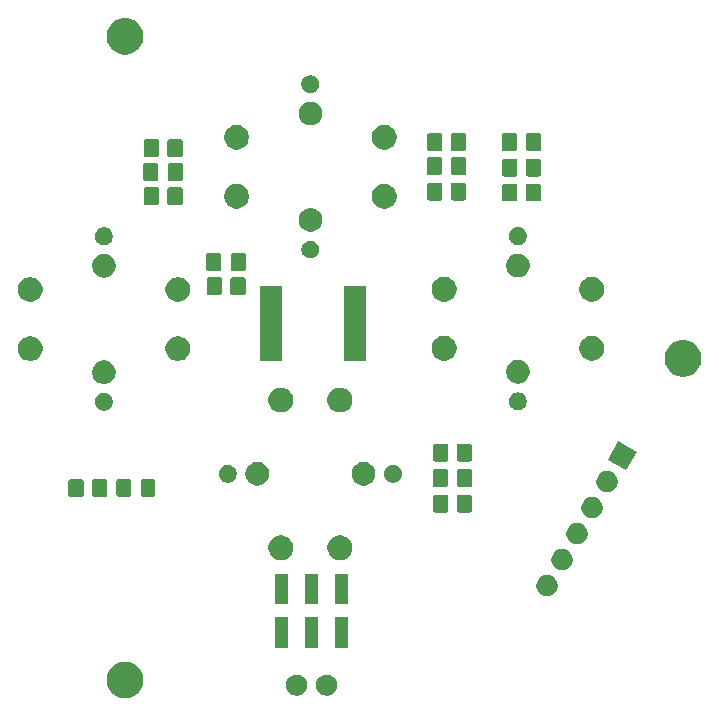
<source format=gts>
G04 #@! TF.GenerationSoftware,KiCad,Pcbnew,(5.1.6)-1*
G04 #@! TF.CreationDate,2021-11-15T17:53:34+01:00*
G04 #@! TF.ProjectId,STEM,5354454d-2e6b-4696-9361-645f70636258,A*
G04 #@! TF.SameCoordinates,Original*
G04 #@! TF.FileFunction,Soldermask,Top*
G04 #@! TF.FilePolarity,Negative*
%FSLAX46Y46*%
G04 Gerber Fmt 4.6, Leading zero omitted, Abs format (unit mm)*
G04 Created by KiCad (PCBNEW (5.1.6)-1) date 2021-11-15 17:53:34*
%MOMM*%
%LPD*%
G01*
G04 APERTURE LIST*
%ADD10C,0.100000*%
G04 APERTURE END LIST*
D10*
G36*
X107058785Y-140922002D02*
G01*
X107208610Y-140951804D01*
X107490874Y-141068721D01*
X107744905Y-141238459D01*
X107960941Y-141454495D01*
X108130679Y-141708526D01*
X108247596Y-141990790D01*
X108307200Y-142290440D01*
X108307200Y-142595960D01*
X108247596Y-142895610D01*
X108130679Y-143177874D01*
X107960941Y-143431905D01*
X107744905Y-143647941D01*
X107490874Y-143817679D01*
X107208610Y-143934596D01*
X107058785Y-143964398D01*
X106908961Y-143994200D01*
X106603439Y-143994200D01*
X106453615Y-143964398D01*
X106303790Y-143934596D01*
X106021526Y-143817679D01*
X105767495Y-143647941D01*
X105551459Y-143431905D01*
X105381721Y-143177874D01*
X105264804Y-142895610D01*
X105205200Y-142595960D01*
X105205200Y-142290440D01*
X105264804Y-141990790D01*
X105381721Y-141708526D01*
X105551459Y-141454495D01*
X105767495Y-141238459D01*
X106021526Y-141068721D01*
X106303790Y-140951804D01*
X106453615Y-140922002D01*
X106603439Y-140892200D01*
X106908961Y-140892200D01*
X107058785Y-140922002D01*
G37*
G36*
X124084895Y-142023240D02*
G01*
X124247045Y-142090405D01*
X124247047Y-142090406D01*
X124392979Y-142187915D01*
X124517085Y-142312021D01*
X124614595Y-142457955D01*
X124681760Y-142620105D01*
X124716000Y-142792243D01*
X124716000Y-142967757D01*
X124681760Y-143139895D01*
X124614595Y-143302045D01*
X124614594Y-143302047D01*
X124517085Y-143447979D01*
X124392979Y-143572085D01*
X124247047Y-143669594D01*
X124247046Y-143669595D01*
X124247045Y-143669595D01*
X124084895Y-143736760D01*
X123912757Y-143771000D01*
X123737243Y-143771000D01*
X123565105Y-143736760D01*
X123402955Y-143669595D01*
X123402954Y-143669595D01*
X123402953Y-143669594D01*
X123257021Y-143572085D01*
X123132915Y-143447979D01*
X123035406Y-143302047D01*
X123035405Y-143302045D01*
X122968240Y-143139895D01*
X122934000Y-142967757D01*
X122934000Y-142792243D01*
X122968240Y-142620105D01*
X123035405Y-142457955D01*
X123132915Y-142312021D01*
X123257021Y-142187915D01*
X123402953Y-142090406D01*
X123402955Y-142090405D01*
X123565105Y-142023240D01*
X123737243Y-141989000D01*
X123912757Y-141989000D01*
X124084895Y-142023240D01*
G37*
G36*
X121544895Y-142023240D02*
G01*
X121707045Y-142090405D01*
X121707047Y-142090406D01*
X121852979Y-142187915D01*
X121977085Y-142312021D01*
X122074595Y-142457955D01*
X122141760Y-142620105D01*
X122176000Y-142792243D01*
X122176000Y-142967757D01*
X122141760Y-143139895D01*
X122074595Y-143302045D01*
X122074594Y-143302047D01*
X121977085Y-143447979D01*
X121852979Y-143572085D01*
X121707047Y-143669594D01*
X121707046Y-143669595D01*
X121707045Y-143669595D01*
X121544895Y-143736760D01*
X121372757Y-143771000D01*
X121197243Y-143771000D01*
X121025105Y-143736760D01*
X120862955Y-143669595D01*
X120862954Y-143669595D01*
X120862953Y-143669594D01*
X120717021Y-143572085D01*
X120592915Y-143447979D01*
X120495406Y-143302047D01*
X120495405Y-143302045D01*
X120428240Y-143139895D01*
X120394000Y-142967757D01*
X120394000Y-142792243D01*
X120428240Y-142620105D01*
X120495405Y-142457955D01*
X120592915Y-142312021D01*
X120717021Y-142187915D01*
X120862953Y-142090406D01*
X120862955Y-142090405D01*
X121025105Y-142023240D01*
X121197243Y-141989000D01*
X121372757Y-141989000D01*
X121544895Y-142023240D01*
G37*
G36*
X123106000Y-139731000D02*
G01*
X122004000Y-139731000D01*
X122004000Y-137129000D01*
X123106000Y-137129000D01*
X123106000Y-139731000D01*
G37*
G36*
X120566000Y-139731000D02*
G01*
X119464000Y-139731000D01*
X119464000Y-137129000D01*
X120566000Y-137129000D01*
X120566000Y-139731000D01*
G37*
G36*
X125646000Y-139731000D02*
G01*
X124544000Y-139731000D01*
X124544000Y-137129000D01*
X125646000Y-137129000D01*
X125646000Y-139731000D01*
G37*
G36*
X125646000Y-136031000D02*
G01*
X124544000Y-136031000D01*
X124544000Y-133429000D01*
X125646000Y-133429000D01*
X125646000Y-136031000D01*
G37*
G36*
X120566000Y-136031000D02*
G01*
X119464000Y-136031000D01*
X119464000Y-133429000D01*
X120566000Y-133429000D01*
X120566000Y-136031000D01*
G37*
G36*
X123106000Y-136031000D02*
G01*
X122004000Y-136031000D01*
X122004000Y-133429000D01*
X123106000Y-133429000D01*
X123106000Y-136031000D01*
G37*
G36*
X142607512Y-133551336D02*
G01*
X142756812Y-133581033D01*
X142920784Y-133648953D01*
X143068354Y-133747556D01*
X143193853Y-133873055D01*
X143292456Y-134020625D01*
X143360376Y-134184597D01*
X143395000Y-134358668D01*
X143395000Y-134536150D01*
X143360376Y-134710221D01*
X143292456Y-134874193D01*
X143193853Y-135021763D01*
X143068354Y-135147262D01*
X142920784Y-135245865D01*
X142756812Y-135313785D01*
X142607512Y-135343482D01*
X142582742Y-135348409D01*
X142405258Y-135348409D01*
X142380488Y-135343482D01*
X142231188Y-135313785D01*
X142067216Y-135245865D01*
X141919646Y-135147262D01*
X141794147Y-135021763D01*
X141695544Y-134874193D01*
X141627624Y-134710221D01*
X141593000Y-134536150D01*
X141593000Y-134358668D01*
X141627624Y-134184597D01*
X141695544Y-134020625D01*
X141794147Y-133873055D01*
X141919646Y-133747556D01*
X142067216Y-133648953D01*
X142231188Y-133581033D01*
X142380488Y-133551336D01*
X142405258Y-133546409D01*
X142582742Y-133546409D01*
X142607512Y-133551336D01*
G37*
G36*
X143877512Y-131351631D02*
G01*
X144026812Y-131381328D01*
X144190784Y-131449248D01*
X144338354Y-131547851D01*
X144463853Y-131673350D01*
X144562456Y-131820920D01*
X144630376Y-131984892D01*
X144665000Y-132158963D01*
X144665000Y-132336445D01*
X144630376Y-132510516D01*
X144562456Y-132674488D01*
X144463853Y-132822058D01*
X144338354Y-132947557D01*
X144190784Y-133046160D01*
X144026812Y-133114080D01*
X143877512Y-133143777D01*
X143852742Y-133148704D01*
X143675258Y-133148704D01*
X143650488Y-133143777D01*
X143501188Y-133114080D01*
X143337216Y-133046160D01*
X143189646Y-132947557D01*
X143064147Y-132822058D01*
X142965544Y-132674488D01*
X142897624Y-132510516D01*
X142863000Y-132336445D01*
X142863000Y-132158963D01*
X142897624Y-131984892D01*
X142965544Y-131820920D01*
X143064147Y-131673350D01*
X143189646Y-131547851D01*
X143337216Y-131449248D01*
X143501188Y-131381328D01*
X143650488Y-131351631D01*
X143675258Y-131346704D01*
X143852742Y-131346704D01*
X143877512Y-131351631D01*
G37*
G36*
X125256564Y-130224389D02*
G01*
X125447833Y-130303615D01*
X125447835Y-130303616D01*
X125619973Y-130418635D01*
X125766365Y-130565027D01*
X125881385Y-130737167D01*
X125960611Y-130928436D01*
X126001000Y-131131484D01*
X126001000Y-131338516D01*
X125960611Y-131541564D01*
X125906023Y-131673351D01*
X125881384Y-131732835D01*
X125766365Y-131904973D01*
X125619973Y-132051365D01*
X125447835Y-132166384D01*
X125447834Y-132166385D01*
X125447833Y-132166385D01*
X125256564Y-132245611D01*
X125053516Y-132286000D01*
X124846484Y-132286000D01*
X124643436Y-132245611D01*
X124452167Y-132166385D01*
X124452166Y-132166385D01*
X124452165Y-132166384D01*
X124280027Y-132051365D01*
X124133635Y-131904973D01*
X124018616Y-131732835D01*
X123993977Y-131673351D01*
X123939389Y-131541564D01*
X123899000Y-131338516D01*
X123899000Y-131131484D01*
X123939389Y-130928436D01*
X124018615Y-130737167D01*
X124133635Y-130565027D01*
X124280027Y-130418635D01*
X124452165Y-130303616D01*
X124452167Y-130303615D01*
X124643436Y-130224389D01*
X124846484Y-130184000D01*
X125053516Y-130184000D01*
X125256564Y-130224389D01*
G37*
G36*
X120256564Y-130224389D02*
G01*
X120447833Y-130303615D01*
X120447835Y-130303616D01*
X120619973Y-130418635D01*
X120766365Y-130565027D01*
X120881385Y-130737167D01*
X120960611Y-130928436D01*
X121001000Y-131131484D01*
X121001000Y-131338516D01*
X120960611Y-131541564D01*
X120906023Y-131673351D01*
X120881384Y-131732835D01*
X120766365Y-131904973D01*
X120619973Y-132051365D01*
X120447835Y-132166384D01*
X120447834Y-132166385D01*
X120447833Y-132166385D01*
X120256564Y-132245611D01*
X120053516Y-132286000D01*
X119846484Y-132286000D01*
X119643436Y-132245611D01*
X119452167Y-132166385D01*
X119452166Y-132166385D01*
X119452165Y-132166384D01*
X119280027Y-132051365D01*
X119133635Y-131904973D01*
X119018616Y-131732835D01*
X118993977Y-131673351D01*
X118939389Y-131541564D01*
X118899000Y-131338516D01*
X118899000Y-131131484D01*
X118939389Y-130928436D01*
X119018615Y-130737167D01*
X119133635Y-130565027D01*
X119280027Y-130418635D01*
X119452165Y-130303616D01*
X119452167Y-130303615D01*
X119643436Y-130224389D01*
X119846484Y-130184000D01*
X120053516Y-130184000D01*
X120256564Y-130224389D01*
G37*
G36*
X145147512Y-129151927D02*
G01*
X145296812Y-129181624D01*
X145460784Y-129249544D01*
X145608354Y-129348147D01*
X145733853Y-129473646D01*
X145832456Y-129621216D01*
X145900376Y-129785188D01*
X145935000Y-129959259D01*
X145935000Y-130136741D01*
X145900376Y-130310812D01*
X145832456Y-130474784D01*
X145733853Y-130622354D01*
X145608354Y-130747853D01*
X145460784Y-130846456D01*
X145296812Y-130914376D01*
X145147512Y-130944073D01*
X145122742Y-130949000D01*
X144945258Y-130949000D01*
X144920488Y-130944073D01*
X144771188Y-130914376D01*
X144607216Y-130846456D01*
X144459646Y-130747853D01*
X144334147Y-130622354D01*
X144235544Y-130474784D01*
X144167624Y-130310812D01*
X144133000Y-130136741D01*
X144133000Y-129959259D01*
X144167624Y-129785188D01*
X144235544Y-129621216D01*
X144334147Y-129473646D01*
X144459646Y-129348147D01*
X144607216Y-129249544D01*
X144771188Y-129181624D01*
X144920488Y-129151927D01*
X144945258Y-129147000D01*
X145122742Y-129147000D01*
X145147512Y-129151927D01*
G37*
G36*
X146401313Y-126949000D02*
G01*
X146566812Y-126981919D01*
X146730784Y-127049839D01*
X146878354Y-127148442D01*
X147003853Y-127273941D01*
X147102456Y-127421511D01*
X147170376Y-127585483D01*
X147205000Y-127759554D01*
X147205000Y-127937036D01*
X147170376Y-128111107D01*
X147102456Y-128275079D01*
X147003853Y-128422649D01*
X146878354Y-128548148D01*
X146730784Y-128646751D01*
X146566812Y-128714671D01*
X146417512Y-128744368D01*
X146392742Y-128749295D01*
X146215258Y-128749295D01*
X146190488Y-128744368D01*
X146041188Y-128714671D01*
X145877216Y-128646751D01*
X145729646Y-128548148D01*
X145604147Y-128422649D01*
X145505544Y-128275079D01*
X145437624Y-128111107D01*
X145403000Y-127937036D01*
X145403000Y-127759554D01*
X145437624Y-127585483D01*
X145505544Y-127421511D01*
X145604147Y-127273941D01*
X145729646Y-127148442D01*
X145877216Y-127049839D01*
X146041188Y-126981919D01*
X146206687Y-126949000D01*
X146215258Y-126947295D01*
X146392742Y-126947295D01*
X146401313Y-126949000D01*
G37*
G36*
X135984241Y-126761404D02*
G01*
X136021338Y-126772657D01*
X136055519Y-126790927D01*
X136085483Y-126815517D01*
X136110073Y-126845481D01*
X136128343Y-126879662D01*
X136139596Y-126916759D01*
X136144000Y-126961473D01*
X136144000Y-128054527D01*
X136139596Y-128099241D01*
X136128343Y-128136338D01*
X136110073Y-128170519D01*
X136085483Y-128200483D01*
X136055519Y-128225073D01*
X136021338Y-128243343D01*
X135984241Y-128254596D01*
X135939527Y-128259000D01*
X135046473Y-128259000D01*
X135001759Y-128254596D01*
X134964662Y-128243343D01*
X134930481Y-128225073D01*
X134900517Y-128200483D01*
X134875927Y-128170519D01*
X134857657Y-128136338D01*
X134846404Y-128099241D01*
X134842000Y-128054527D01*
X134842000Y-126961473D01*
X134846404Y-126916759D01*
X134857657Y-126879662D01*
X134875927Y-126845481D01*
X134900517Y-126815517D01*
X134930481Y-126790927D01*
X134964662Y-126772657D01*
X135001759Y-126761404D01*
X135046473Y-126757000D01*
X135939527Y-126757000D01*
X135984241Y-126761404D01*
G37*
G36*
X133984241Y-126761404D02*
G01*
X134021338Y-126772657D01*
X134055519Y-126790927D01*
X134085483Y-126815517D01*
X134110073Y-126845481D01*
X134128343Y-126879662D01*
X134139596Y-126916759D01*
X134144000Y-126961473D01*
X134144000Y-128054527D01*
X134139596Y-128099241D01*
X134128343Y-128136338D01*
X134110073Y-128170519D01*
X134085483Y-128200483D01*
X134055519Y-128225073D01*
X134021338Y-128243343D01*
X133984241Y-128254596D01*
X133939527Y-128259000D01*
X133046473Y-128259000D01*
X133001759Y-128254596D01*
X132964662Y-128243343D01*
X132930481Y-128225073D01*
X132900517Y-128200483D01*
X132875927Y-128170519D01*
X132857657Y-128136338D01*
X132846404Y-128099241D01*
X132842000Y-128054527D01*
X132842000Y-126961473D01*
X132846404Y-126916759D01*
X132857657Y-126879662D01*
X132875927Y-126845481D01*
X132900517Y-126815517D01*
X132930481Y-126790927D01*
X132964662Y-126772657D01*
X133001759Y-126761404D01*
X133046473Y-126757000D01*
X133939527Y-126757000D01*
X133984241Y-126761404D01*
G37*
G36*
X105091241Y-125451404D02*
G01*
X105128338Y-125462657D01*
X105162519Y-125480927D01*
X105192483Y-125505517D01*
X105217073Y-125535481D01*
X105235343Y-125569662D01*
X105246596Y-125606759D01*
X105251000Y-125651473D01*
X105251000Y-126744527D01*
X105246596Y-126789241D01*
X105235343Y-126826338D01*
X105217073Y-126860519D01*
X105192483Y-126890483D01*
X105162519Y-126915073D01*
X105128338Y-126933343D01*
X105091241Y-126944596D01*
X105046527Y-126949000D01*
X104153473Y-126949000D01*
X104108759Y-126944596D01*
X104071662Y-126933343D01*
X104037481Y-126915073D01*
X104007517Y-126890483D01*
X103982927Y-126860519D01*
X103964657Y-126826338D01*
X103953404Y-126789241D01*
X103949000Y-126744527D01*
X103949000Y-125651473D01*
X103953404Y-125606759D01*
X103964657Y-125569662D01*
X103982927Y-125535481D01*
X104007517Y-125505517D01*
X104037481Y-125480927D01*
X104071662Y-125462657D01*
X104108759Y-125451404D01*
X104153473Y-125447000D01*
X105046527Y-125447000D01*
X105091241Y-125451404D01*
G37*
G36*
X103091241Y-125451404D02*
G01*
X103128338Y-125462657D01*
X103162519Y-125480927D01*
X103192483Y-125505517D01*
X103217073Y-125535481D01*
X103235343Y-125569662D01*
X103246596Y-125606759D01*
X103251000Y-125651473D01*
X103251000Y-126744527D01*
X103246596Y-126789241D01*
X103235343Y-126826338D01*
X103217073Y-126860519D01*
X103192483Y-126890483D01*
X103162519Y-126915073D01*
X103128338Y-126933343D01*
X103091241Y-126944596D01*
X103046527Y-126949000D01*
X102153473Y-126949000D01*
X102108759Y-126944596D01*
X102071662Y-126933343D01*
X102037481Y-126915073D01*
X102007517Y-126890483D01*
X101982927Y-126860519D01*
X101964657Y-126826338D01*
X101953404Y-126789241D01*
X101949000Y-126744527D01*
X101949000Y-125651473D01*
X101953404Y-125606759D01*
X101964657Y-125569662D01*
X101982927Y-125535481D01*
X102007517Y-125505517D01*
X102037481Y-125480927D01*
X102071662Y-125462657D01*
X102108759Y-125451404D01*
X102153473Y-125447000D01*
X103046527Y-125447000D01*
X103091241Y-125451404D01*
G37*
G36*
X109168678Y-125421465D02*
G01*
X109206365Y-125432898D01*
X109241103Y-125451465D01*
X109271549Y-125476451D01*
X109296535Y-125506897D01*
X109315102Y-125541635D01*
X109326535Y-125579322D01*
X109331000Y-125624660D01*
X109331000Y-126711340D01*
X109326535Y-126756678D01*
X109315102Y-126794365D01*
X109296535Y-126829103D01*
X109271549Y-126859549D01*
X109241103Y-126884535D01*
X109206365Y-126903102D01*
X109168678Y-126914535D01*
X109123340Y-126919000D01*
X108286660Y-126919000D01*
X108241322Y-126914535D01*
X108203635Y-126903102D01*
X108168897Y-126884535D01*
X108138451Y-126859549D01*
X108113465Y-126829103D01*
X108094898Y-126794365D01*
X108083465Y-126756678D01*
X108079000Y-126711340D01*
X108079000Y-125624660D01*
X108083465Y-125579322D01*
X108094898Y-125541635D01*
X108113465Y-125506897D01*
X108138451Y-125476451D01*
X108168897Y-125451465D01*
X108203635Y-125432898D01*
X108241322Y-125421465D01*
X108286660Y-125417000D01*
X109123340Y-125417000D01*
X109168678Y-125421465D01*
G37*
G36*
X107118678Y-125421465D02*
G01*
X107156365Y-125432898D01*
X107191103Y-125451465D01*
X107221549Y-125476451D01*
X107246535Y-125506897D01*
X107265102Y-125541635D01*
X107276535Y-125579322D01*
X107281000Y-125624660D01*
X107281000Y-126711340D01*
X107276535Y-126756678D01*
X107265102Y-126794365D01*
X107246535Y-126829103D01*
X107221549Y-126859549D01*
X107191103Y-126884535D01*
X107156365Y-126903102D01*
X107118678Y-126914535D01*
X107073340Y-126919000D01*
X106236660Y-126919000D01*
X106191322Y-126914535D01*
X106153635Y-126903102D01*
X106118897Y-126884535D01*
X106088451Y-126859549D01*
X106063465Y-126829103D01*
X106044898Y-126794365D01*
X106033465Y-126756678D01*
X106029000Y-126711340D01*
X106029000Y-125624660D01*
X106033465Y-125579322D01*
X106044898Y-125541635D01*
X106063465Y-125506897D01*
X106088451Y-125476451D01*
X106118897Y-125451465D01*
X106153635Y-125432898D01*
X106191322Y-125421465D01*
X106236660Y-125417000D01*
X107073340Y-125417000D01*
X107118678Y-125421465D01*
G37*
G36*
X147687512Y-124752518D02*
G01*
X147836812Y-124782215D01*
X148000784Y-124850135D01*
X148148354Y-124948738D01*
X148273853Y-125074237D01*
X148372456Y-125221807D01*
X148440376Y-125385779D01*
X148475000Y-125559850D01*
X148475000Y-125737332D01*
X148440376Y-125911403D01*
X148372456Y-126075375D01*
X148273853Y-126222945D01*
X148148354Y-126348444D01*
X148000784Y-126447047D01*
X147836812Y-126514967D01*
X147687512Y-126544664D01*
X147662742Y-126549591D01*
X147485258Y-126549591D01*
X147460488Y-126544664D01*
X147311188Y-126514967D01*
X147147216Y-126447047D01*
X146999646Y-126348444D01*
X146874147Y-126222945D01*
X146775544Y-126075375D01*
X146707624Y-125911403D01*
X146673000Y-125737332D01*
X146673000Y-125559850D01*
X146707624Y-125385779D01*
X146775544Y-125221807D01*
X146874147Y-125074237D01*
X146999646Y-124948738D01*
X147147216Y-124850135D01*
X147311188Y-124782215D01*
X147460488Y-124752518D01*
X147485258Y-124747591D01*
X147662742Y-124747591D01*
X147687512Y-124752518D01*
G37*
G36*
X133932983Y-124577434D02*
G01*
X133970372Y-124588776D01*
X134004826Y-124607191D01*
X134035025Y-124631975D01*
X134059809Y-124662174D01*
X134078224Y-124696628D01*
X134089566Y-124734017D01*
X134094000Y-124779035D01*
X134094000Y-125918965D01*
X134089566Y-125963983D01*
X134078224Y-126001372D01*
X134059809Y-126035826D01*
X134035025Y-126066025D01*
X134004826Y-126090809D01*
X133970372Y-126109224D01*
X133932983Y-126120566D01*
X133887965Y-126125000D01*
X133023035Y-126125000D01*
X132978017Y-126120566D01*
X132940628Y-126109224D01*
X132906174Y-126090809D01*
X132875975Y-126066025D01*
X132851191Y-126035826D01*
X132832776Y-126001372D01*
X132821434Y-125963983D01*
X132817000Y-125918965D01*
X132817000Y-124779035D01*
X132821434Y-124734017D01*
X132832776Y-124696628D01*
X132851191Y-124662174D01*
X132875975Y-124631975D01*
X132906174Y-124607191D01*
X132940628Y-124588776D01*
X132978017Y-124577434D01*
X133023035Y-124573000D01*
X133887965Y-124573000D01*
X133932983Y-124577434D01*
G37*
G36*
X136007983Y-124577434D02*
G01*
X136045372Y-124588776D01*
X136079826Y-124607191D01*
X136110025Y-124631975D01*
X136134809Y-124662174D01*
X136153224Y-124696628D01*
X136164566Y-124734017D01*
X136169000Y-124779035D01*
X136169000Y-125918965D01*
X136164566Y-125963983D01*
X136153224Y-126001372D01*
X136134809Y-126035826D01*
X136110025Y-126066025D01*
X136079826Y-126090809D01*
X136045372Y-126109224D01*
X136007983Y-126120566D01*
X135962965Y-126125000D01*
X135098035Y-126125000D01*
X135053017Y-126120566D01*
X135015628Y-126109224D01*
X134981174Y-126090809D01*
X134950975Y-126066025D01*
X134926191Y-126035826D01*
X134907776Y-126001372D01*
X134896434Y-125963983D01*
X134892000Y-125918965D01*
X134892000Y-124779035D01*
X134896434Y-124734017D01*
X134907776Y-124696628D01*
X134926191Y-124662174D01*
X134950975Y-124631975D01*
X134981174Y-124607191D01*
X135015628Y-124588776D01*
X135053017Y-124577434D01*
X135098035Y-124573000D01*
X135962965Y-124573000D01*
X136007983Y-124577434D01*
G37*
G36*
X118241981Y-124022468D02*
G01*
X118424151Y-124097926D01*
X118588100Y-124207473D01*
X118727527Y-124346900D01*
X118837074Y-124510849D01*
X118912532Y-124693019D01*
X118923387Y-124747591D01*
X118943785Y-124850135D01*
X118951000Y-124886410D01*
X118951000Y-125083590D01*
X118912532Y-125276981D01*
X118859175Y-125405795D01*
X118847949Y-125432898D01*
X118837074Y-125459151D01*
X118727527Y-125623100D01*
X118588100Y-125762527D01*
X118424151Y-125872074D01*
X118241981Y-125947532D01*
X118145285Y-125966766D01*
X118048591Y-125986000D01*
X117851409Y-125986000D01*
X117754715Y-125966766D01*
X117658019Y-125947532D01*
X117475849Y-125872074D01*
X117311900Y-125762527D01*
X117172473Y-125623100D01*
X117062926Y-125459151D01*
X117052052Y-125432898D01*
X117040825Y-125405795D01*
X116987468Y-125276981D01*
X116949000Y-125083590D01*
X116949000Y-124886410D01*
X116956216Y-124850135D01*
X116976613Y-124747591D01*
X116987468Y-124693019D01*
X117062926Y-124510849D01*
X117172473Y-124346900D01*
X117311900Y-124207473D01*
X117475849Y-124097926D01*
X117658019Y-124022468D01*
X117851409Y-123984000D01*
X118048591Y-123984000D01*
X118241981Y-124022468D01*
G37*
G36*
X127241981Y-124022468D02*
G01*
X127424151Y-124097926D01*
X127588100Y-124207473D01*
X127727527Y-124346900D01*
X127837074Y-124510849D01*
X127912532Y-124693019D01*
X127923387Y-124747591D01*
X127943785Y-124850135D01*
X127951000Y-124886410D01*
X127951000Y-125083590D01*
X127912532Y-125276981D01*
X127859175Y-125405795D01*
X127847949Y-125432898D01*
X127837074Y-125459151D01*
X127727527Y-125623100D01*
X127588100Y-125762527D01*
X127424151Y-125872074D01*
X127241981Y-125947532D01*
X127145285Y-125966766D01*
X127048591Y-125986000D01*
X126851409Y-125986000D01*
X126754715Y-125966766D01*
X126658019Y-125947532D01*
X126475849Y-125872074D01*
X126311900Y-125762527D01*
X126172473Y-125623100D01*
X126062926Y-125459151D01*
X126052052Y-125432898D01*
X126040825Y-125405795D01*
X125987468Y-125276981D01*
X125949000Y-125083590D01*
X125949000Y-124886410D01*
X125956216Y-124850135D01*
X125976613Y-124747591D01*
X125987468Y-124693019D01*
X126062926Y-124510849D01*
X126172473Y-124346900D01*
X126311900Y-124207473D01*
X126475849Y-124097926D01*
X126658019Y-124022468D01*
X126851409Y-123984000D01*
X127048591Y-123984000D01*
X127241981Y-124022468D01*
G37*
G36*
X129669059Y-124262860D02*
G01*
X129805732Y-124319472D01*
X129928735Y-124401660D01*
X130033340Y-124506265D01*
X130115528Y-124629268D01*
X130115529Y-124629270D01*
X130172140Y-124765941D01*
X130201000Y-124911032D01*
X130201000Y-125058968D01*
X130196102Y-125083590D01*
X130172140Y-125204059D01*
X130115528Y-125340732D01*
X130033340Y-125463735D01*
X129928735Y-125568340D01*
X129805732Y-125650528D01*
X129805731Y-125650529D01*
X129805730Y-125650529D01*
X129669059Y-125707140D01*
X129523968Y-125736000D01*
X129376032Y-125736000D01*
X129230941Y-125707140D01*
X129094270Y-125650529D01*
X129094269Y-125650529D01*
X129094268Y-125650528D01*
X128971265Y-125568340D01*
X128866660Y-125463735D01*
X128784472Y-125340732D01*
X128727860Y-125204059D01*
X128703898Y-125083590D01*
X128699000Y-125058968D01*
X128699000Y-124911032D01*
X128727860Y-124765941D01*
X128784471Y-124629270D01*
X128784472Y-124629268D01*
X128866660Y-124506265D01*
X128971265Y-124401660D01*
X129094268Y-124319472D01*
X129230941Y-124262860D01*
X129376032Y-124234000D01*
X129523968Y-124234000D01*
X129669059Y-124262860D01*
G37*
G36*
X115669059Y-124262860D02*
G01*
X115805732Y-124319472D01*
X115928735Y-124401660D01*
X116033340Y-124506265D01*
X116115528Y-124629268D01*
X116115529Y-124629270D01*
X116172140Y-124765941D01*
X116201000Y-124911032D01*
X116201000Y-125058968D01*
X116196102Y-125083590D01*
X116172140Y-125204059D01*
X116115528Y-125340732D01*
X116033340Y-125463735D01*
X115928735Y-125568340D01*
X115805732Y-125650528D01*
X115805731Y-125650529D01*
X115805730Y-125650529D01*
X115669059Y-125707140D01*
X115523968Y-125736000D01*
X115376032Y-125736000D01*
X115230941Y-125707140D01*
X115094270Y-125650529D01*
X115094269Y-125650529D01*
X115094268Y-125650528D01*
X114971265Y-125568340D01*
X114866660Y-125463735D01*
X114784472Y-125340732D01*
X114727860Y-125204059D01*
X114703898Y-125083590D01*
X114699000Y-125058968D01*
X114699000Y-124911032D01*
X114727860Y-124765941D01*
X114784471Y-124629270D01*
X114784472Y-124629268D01*
X114866660Y-124506265D01*
X114971265Y-124401660D01*
X115094268Y-124319472D01*
X115230941Y-124262860D01*
X115376032Y-124234000D01*
X115523968Y-124234000D01*
X115669059Y-124262860D01*
G37*
G36*
X150074790Y-123119097D02*
G01*
X149173789Y-124679676D01*
X147613210Y-123778675D01*
X148514211Y-122218096D01*
X150074790Y-123119097D01*
G37*
G36*
X135984241Y-122443404D02*
G01*
X136021338Y-122454657D01*
X136055519Y-122472927D01*
X136085483Y-122497517D01*
X136110073Y-122527481D01*
X136128343Y-122561662D01*
X136139596Y-122598759D01*
X136144000Y-122643473D01*
X136144000Y-123736527D01*
X136139596Y-123781241D01*
X136128343Y-123818338D01*
X136110073Y-123852519D01*
X136085483Y-123882483D01*
X136055519Y-123907073D01*
X136021338Y-123925343D01*
X135984241Y-123936596D01*
X135939527Y-123941000D01*
X135046473Y-123941000D01*
X135001759Y-123936596D01*
X134964662Y-123925343D01*
X134930481Y-123907073D01*
X134900517Y-123882483D01*
X134875927Y-123852519D01*
X134857657Y-123818338D01*
X134846404Y-123781241D01*
X134842000Y-123736527D01*
X134842000Y-122643473D01*
X134846404Y-122598759D01*
X134857657Y-122561662D01*
X134875927Y-122527481D01*
X134900517Y-122497517D01*
X134930481Y-122472927D01*
X134964662Y-122454657D01*
X135001759Y-122443404D01*
X135046473Y-122439000D01*
X135939527Y-122439000D01*
X135984241Y-122443404D01*
G37*
G36*
X133984241Y-122443404D02*
G01*
X134021338Y-122454657D01*
X134055519Y-122472927D01*
X134085483Y-122497517D01*
X134110073Y-122527481D01*
X134128343Y-122561662D01*
X134139596Y-122598759D01*
X134144000Y-122643473D01*
X134144000Y-123736527D01*
X134139596Y-123781241D01*
X134128343Y-123818338D01*
X134110073Y-123852519D01*
X134085483Y-123882483D01*
X134055519Y-123907073D01*
X134021338Y-123925343D01*
X133984241Y-123936596D01*
X133939527Y-123941000D01*
X133046473Y-123941000D01*
X133001759Y-123936596D01*
X132964662Y-123925343D01*
X132930481Y-123907073D01*
X132900517Y-123882483D01*
X132875927Y-123852519D01*
X132857657Y-123818338D01*
X132846404Y-123781241D01*
X132842000Y-123736527D01*
X132842000Y-122643473D01*
X132846404Y-122598759D01*
X132857657Y-122561662D01*
X132875927Y-122527481D01*
X132900517Y-122497517D01*
X132930481Y-122472927D01*
X132964662Y-122454657D01*
X133001759Y-122443404D01*
X133046473Y-122439000D01*
X133939527Y-122439000D01*
X133984241Y-122443404D01*
G37*
G36*
X125256564Y-117724389D02*
G01*
X125447833Y-117803615D01*
X125447835Y-117803616D01*
X125619973Y-117918635D01*
X125766365Y-118065027D01*
X125861544Y-118207472D01*
X125881385Y-118237167D01*
X125960611Y-118428436D01*
X126001000Y-118631484D01*
X126001000Y-118838516D01*
X125960611Y-119041564D01*
X125883084Y-119228732D01*
X125881384Y-119232835D01*
X125766365Y-119404973D01*
X125619973Y-119551365D01*
X125447835Y-119666384D01*
X125447834Y-119666385D01*
X125447833Y-119666385D01*
X125256564Y-119745611D01*
X125053516Y-119786000D01*
X124846484Y-119786000D01*
X124643436Y-119745611D01*
X124452167Y-119666385D01*
X124452166Y-119666385D01*
X124452165Y-119666384D01*
X124280027Y-119551365D01*
X124133635Y-119404973D01*
X124018616Y-119232835D01*
X124016916Y-119228732D01*
X123939389Y-119041564D01*
X123899000Y-118838516D01*
X123899000Y-118631484D01*
X123939389Y-118428436D01*
X124018615Y-118237167D01*
X124038457Y-118207472D01*
X124133635Y-118065027D01*
X124280027Y-117918635D01*
X124452165Y-117803616D01*
X124452167Y-117803615D01*
X124643436Y-117724389D01*
X124846484Y-117684000D01*
X125053516Y-117684000D01*
X125256564Y-117724389D01*
G37*
G36*
X120256564Y-117724389D02*
G01*
X120447833Y-117803615D01*
X120447835Y-117803616D01*
X120619973Y-117918635D01*
X120766365Y-118065027D01*
X120861544Y-118207472D01*
X120881385Y-118237167D01*
X120960611Y-118428436D01*
X121001000Y-118631484D01*
X121001000Y-118838516D01*
X120960611Y-119041564D01*
X120883084Y-119228732D01*
X120881384Y-119232835D01*
X120766365Y-119404973D01*
X120619973Y-119551365D01*
X120447835Y-119666384D01*
X120447834Y-119666385D01*
X120447833Y-119666385D01*
X120256564Y-119745611D01*
X120053516Y-119786000D01*
X119846484Y-119786000D01*
X119643436Y-119745611D01*
X119452167Y-119666385D01*
X119452166Y-119666385D01*
X119452165Y-119666384D01*
X119280027Y-119551365D01*
X119133635Y-119404973D01*
X119018616Y-119232835D01*
X119016916Y-119228732D01*
X118939389Y-119041564D01*
X118899000Y-118838516D01*
X118899000Y-118631484D01*
X118939389Y-118428436D01*
X119018615Y-118237167D01*
X119038457Y-118207472D01*
X119133635Y-118065027D01*
X119280027Y-117918635D01*
X119452165Y-117803616D01*
X119452167Y-117803615D01*
X119643436Y-117724389D01*
X119846484Y-117684000D01*
X120053516Y-117684000D01*
X120256564Y-117724389D01*
G37*
G36*
X105194059Y-118150860D02*
G01*
X105270375Y-118182471D01*
X105330732Y-118207472D01*
X105453735Y-118289660D01*
X105558340Y-118394265D01*
X105623825Y-118492270D01*
X105640529Y-118517270D01*
X105697140Y-118653941D01*
X105726000Y-118799032D01*
X105726000Y-118946968D01*
X105697140Y-119092059D01*
X105650884Y-119203732D01*
X105640528Y-119228732D01*
X105558340Y-119351735D01*
X105453735Y-119456340D01*
X105330732Y-119538528D01*
X105330731Y-119538529D01*
X105330730Y-119538529D01*
X105194059Y-119595140D01*
X105048968Y-119624000D01*
X104901032Y-119624000D01*
X104755941Y-119595140D01*
X104619270Y-119538529D01*
X104619269Y-119538529D01*
X104619268Y-119538528D01*
X104496265Y-119456340D01*
X104391660Y-119351735D01*
X104309472Y-119228732D01*
X104299117Y-119203732D01*
X104252860Y-119092059D01*
X104224000Y-118946968D01*
X104224000Y-118799032D01*
X104252860Y-118653941D01*
X104309471Y-118517270D01*
X104326175Y-118492270D01*
X104391660Y-118394265D01*
X104496265Y-118289660D01*
X104619268Y-118207472D01*
X104679626Y-118182471D01*
X104755941Y-118150860D01*
X104901032Y-118122000D01*
X105048968Y-118122000D01*
X105194059Y-118150860D01*
G37*
G36*
X140224653Y-118122000D02*
G01*
X140244059Y-118125860D01*
X140380732Y-118182472D01*
X140503735Y-118264660D01*
X140608340Y-118369265D01*
X140690528Y-118492268D01*
X140690529Y-118492270D01*
X140700884Y-118517270D01*
X140747140Y-118628941D01*
X140776000Y-118774033D01*
X140776000Y-118921967D01*
X140747140Y-119067059D01*
X140690528Y-119203732D01*
X140608340Y-119326735D01*
X140503735Y-119431340D01*
X140380732Y-119513528D01*
X140380731Y-119513529D01*
X140380730Y-119513529D01*
X140244059Y-119570140D01*
X140098968Y-119599000D01*
X139951032Y-119599000D01*
X139805941Y-119570140D01*
X139669270Y-119513529D01*
X139669269Y-119513529D01*
X139669268Y-119513528D01*
X139546265Y-119431340D01*
X139441660Y-119326735D01*
X139359472Y-119203732D01*
X139302860Y-119067059D01*
X139274000Y-118921967D01*
X139274000Y-118774033D01*
X139302860Y-118628941D01*
X139349116Y-118517270D01*
X139359471Y-118492270D01*
X139359472Y-118492268D01*
X139441660Y-118369265D01*
X139546265Y-118264660D01*
X139669268Y-118182472D01*
X139805941Y-118125860D01*
X139825347Y-118122000D01*
X139951032Y-118097000D01*
X140098968Y-118097000D01*
X140224653Y-118122000D01*
G37*
G36*
X105141298Y-115385468D02*
G01*
X105266981Y-115410468D01*
X105388794Y-115460925D01*
X105408289Y-115469000D01*
X105449151Y-115485926D01*
X105613100Y-115595473D01*
X105752527Y-115734900D01*
X105862074Y-115898849D01*
X105937532Y-116081019D01*
X105976000Y-116274410D01*
X105976000Y-116471590D01*
X105937532Y-116664981D01*
X105895937Y-116765400D01*
X105872430Y-116822151D01*
X105862074Y-116847151D01*
X105752527Y-117011100D01*
X105613100Y-117150527D01*
X105449151Y-117260074D01*
X105266981Y-117335532D01*
X105199273Y-117349000D01*
X105073591Y-117374000D01*
X104876409Y-117374000D01*
X104750727Y-117349000D01*
X104683019Y-117335532D01*
X104500849Y-117260074D01*
X104336900Y-117150527D01*
X104197473Y-117011100D01*
X104087926Y-116847151D01*
X104077571Y-116822151D01*
X104054063Y-116765400D01*
X104012468Y-116664981D01*
X103974000Y-116471590D01*
X103974000Y-116274410D01*
X104012468Y-116081019D01*
X104087926Y-115898849D01*
X104197473Y-115734900D01*
X104336900Y-115595473D01*
X104500849Y-115485926D01*
X104541712Y-115469000D01*
X104561206Y-115460925D01*
X104683019Y-115410468D01*
X104808702Y-115385468D01*
X104876409Y-115372000D01*
X105073591Y-115372000D01*
X105141298Y-115385468D01*
G37*
G36*
X140316981Y-115385468D02*
G01*
X140499151Y-115460926D01*
X140663100Y-115570473D01*
X140802527Y-115709900D01*
X140912074Y-115873849D01*
X140912075Y-115873851D01*
X140922430Y-115898851D01*
X140987532Y-116056019D01*
X141026000Y-116249410D01*
X141026000Y-116446590D01*
X140987532Y-116639981D01*
X140912074Y-116822151D01*
X140802527Y-116986100D01*
X140663100Y-117125527D01*
X140499151Y-117235074D01*
X140316981Y-117310532D01*
X140220285Y-117329766D01*
X140123591Y-117349000D01*
X139926409Y-117349000D01*
X139829715Y-117329766D01*
X139733019Y-117310532D01*
X139550849Y-117235074D01*
X139386900Y-117125527D01*
X139247473Y-116986100D01*
X139137926Y-116822151D01*
X139062468Y-116639981D01*
X139024000Y-116446590D01*
X139024000Y-116249410D01*
X139062468Y-116056019D01*
X139127570Y-115898851D01*
X139137925Y-115873851D01*
X139137926Y-115873849D01*
X139247473Y-115709900D01*
X139386900Y-115570473D01*
X139550849Y-115460926D01*
X139733019Y-115385468D01*
X139926409Y-115347000D01*
X140123591Y-115347000D01*
X140316981Y-115385468D01*
G37*
G36*
X154302785Y-113693202D02*
G01*
X154452610Y-113723004D01*
X154734874Y-113839921D01*
X154988905Y-114009659D01*
X155204941Y-114225695D01*
X155374679Y-114479726D01*
X155491596Y-114761990D01*
X155551200Y-115061640D01*
X155551200Y-115367160D01*
X155491596Y-115666810D01*
X155374679Y-115949074D01*
X155204941Y-116203105D01*
X154988905Y-116419141D01*
X154734874Y-116588879D01*
X154452610Y-116705796D01*
X154302785Y-116735598D01*
X154152961Y-116765400D01*
X153847439Y-116765400D01*
X153697615Y-116735598D01*
X153547790Y-116705796D01*
X153265526Y-116588879D01*
X153011495Y-116419141D01*
X152795459Y-116203105D01*
X152625721Y-115949074D01*
X152508804Y-115666810D01*
X152449200Y-115367160D01*
X152449200Y-115061640D01*
X152508804Y-114761990D01*
X152625721Y-114479726D01*
X152795459Y-114225695D01*
X153011495Y-114009659D01*
X153265526Y-113839921D01*
X153547790Y-113723004D01*
X153697615Y-113693202D01*
X153847439Y-113663400D01*
X154152961Y-113663400D01*
X154302785Y-113693202D01*
G37*
G36*
X127183000Y-115469000D02*
G01*
X125281000Y-115469000D01*
X125281000Y-109067000D01*
X127183000Y-109067000D01*
X127183000Y-115469000D01*
G37*
G36*
X120083000Y-115469000D02*
G01*
X118181000Y-115469000D01*
X118181000Y-109067000D01*
X120083000Y-109067000D01*
X120083000Y-115469000D01*
G37*
G36*
X111531564Y-113362389D02*
G01*
X111722833Y-113441615D01*
X111722835Y-113441616D01*
X111894973Y-113556635D01*
X112041365Y-113703027D01*
X112139680Y-113850165D01*
X112156385Y-113875167D01*
X112235611Y-114066436D01*
X112276000Y-114269484D01*
X112276000Y-114476516D01*
X112235611Y-114679564D01*
X112177855Y-114819000D01*
X112156384Y-114870835D01*
X112041365Y-115042973D01*
X111894973Y-115189365D01*
X111722835Y-115304384D01*
X111722834Y-115304385D01*
X111722833Y-115304385D01*
X111531564Y-115383611D01*
X111328516Y-115424000D01*
X111121484Y-115424000D01*
X110918436Y-115383611D01*
X110727167Y-115304385D01*
X110727166Y-115304385D01*
X110727165Y-115304384D01*
X110555027Y-115189365D01*
X110408635Y-115042973D01*
X110293616Y-114870835D01*
X110272145Y-114819000D01*
X110214389Y-114679564D01*
X110174000Y-114476516D01*
X110174000Y-114269484D01*
X110214389Y-114066436D01*
X110293615Y-113875167D01*
X110310321Y-113850165D01*
X110408635Y-113703027D01*
X110555027Y-113556635D01*
X110727165Y-113441616D01*
X110727167Y-113441615D01*
X110918436Y-113362389D01*
X111121484Y-113322000D01*
X111328516Y-113322000D01*
X111531564Y-113362389D01*
G37*
G36*
X99031564Y-113362389D02*
G01*
X99222833Y-113441615D01*
X99222835Y-113441616D01*
X99394973Y-113556635D01*
X99541365Y-113703027D01*
X99639680Y-113850165D01*
X99656385Y-113875167D01*
X99735611Y-114066436D01*
X99776000Y-114269484D01*
X99776000Y-114476516D01*
X99735611Y-114679564D01*
X99677855Y-114819000D01*
X99656384Y-114870835D01*
X99541365Y-115042973D01*
X99394973Y-115189365D01*
X99222835Y-115304384D01*
X99222834Y-115304385D01*
X99222833Y-115304385D01*
X99031564Y-115383611D01*
X98828516Y-115424000D01*
X98621484Y-115424000D01*
X98418436Y-115383611D01*
X98227167Y-115304385D01*
X98227166Y-115304385D01*
X98227165Y-115304384D01*
X98055027Y-115189365D01*
X97908635Y-115042973D01*
X97793616Y-114870835D01*
X97772145Y-114819000D01*
X97714389Y-114679564D01*
X97674000Y-114476516D01*
X97674000Y-114269484D01*
X97714389Y-114066436D01*
X97793615Y-113875167D01*
X97810321Y-113850165D01*
X97908635Y-113703027D01*
X98055027Y-113556635D01*
X98227165Y-113441616D01*
X98227167Y-113441615D01*
X98418436Y-113362389D01*
X98621484Y-113322000D01*
X98828516Y-113322000D01*
X99031564Y-113362389D01*
G37*
G36*
X146581564Y-113337389D02*
G01*
X146772833Y-113416615D01*
X146772835Y-113416616D01*
X146810250Y-113441616D01*
X146944973Y-113531635D01*
X147091365Y-113678027D01*
X147206385Y-113850167D01*
X147285611Y-114041436D01*
X147326000Y-114244484D01*
X147326000Y-114451516D01*
X147285611Y-114654564D01*
X147206385Y-114845833D01*
X147206384Y-114845835D01*
X147091365Y-115017973D01*
X146944973Y-115164365D01*
X146772835Y-115279384D01*
X146772834Y-115279385D01*
X146772833Y-115279385D01*
X146581564Y-115358611D01*
X146378516Y-115399000D01*
X146171484Y-115399000D01*
X145968436Y-115358611D01*
X145777167Y-115279385D01*
X145777166Y-115279385D01*
X145777165Y-115279384D01*
X145605027Y-115164365D01*
X145458635Y-115017973D01*
X145343616Y-114845835D01*
X145343615Y-114845833D01*
X145264389Y-114654564D01*
X145224000Y-114451516D01*
X145224000Y-114244484D01*
X145264389Y-114041436D01*
X145343615Y-113850167D01*
X145458635Y-113678027D01*
X145605027Y-113531635D01*
X145739750Y-113441616D01*
X145777165Y-113416616D01*
X145777167Y-113416615D01*
X145968436Y-113337389D01*
X146171484Y-113297000D01*
X146378516Y-113297000D01*
X146581564Y-113337389D01*
G37*
G36*
X134081564Y-113337389D02*
G01*
X134272833Y-113416615D01*
X134272835Y-113416616D01*
X134310250Y-113441616D01*
X134444973Y-113531635D01*
X134591365Y-113678027D01*
X134706385Y-113850167D01*
X134785611Y-114041436D01*
X134826000Y-114244484D01*
X134826000Y-114451516D01*
X134785611Y-114654564D01*
X134706385Y-114845833D01*
X134706384Y-114845835D01*
X134591365Y-115017973D01*
X134444973Y-115164365D01*
X134272835Y-115279384D01*
X134272834Y-115279385D01*
X134272833Y-115279385D01*
X134081564Y-115358611D01*
X133878516Y-115399000D01*
X133671484Y-115399000D01*
X133468436Y-115358611D01*
X133277167Y-115279385D01*
X133277166Y-115279385D01*
X133277165Y-115279384D01*
X133105027Y-115164365D01*
X132958635Y-115017973D01*
X132843616Y-114845835D01*
X132843615Y-114845833D01*
X132764389Y-114654564D01*
X132724000Y-114451516D01*
X132724000Y-114244484D01*
X132764389Y-114041436D01*
X132843615Y-113850167D01*
X132958635Y-113678027D01*
X133105027Y-113531635D01*
X133239750Y-113441616D01*
X133277165Y-113416616D01*
X133277167Y-113416615D01*
X133468436Y-113337389D01*
X133671484Y-113297000D01*
X133878516Y-113297000D01*
X134081564Y-113337389D01*
G37*
G36*
X111531564Y-108362389D02*
G01*
X111695953Y-108430481D01*
X111722835Y-108441616D01*
X111894973Y-108556635D01*
X112041365Y-108703027D01*
X112139680Y-108850165D01*
X112156385Y-108875167D01*
X112235611Y-109066436D01*
X112276000Y-109269484D01*
X112276000Y-109476516D01*
X112235611Y-109679564D01*
X112166740Y-109845833D01*
X112156384Y-109870835D01*
X112041365Y-110042973D01*
X111894973Y-110189365D01*
X111722835Y-110304384D01*
X111722834Y-110304385D01*
X111722833Y-110304385D01*
X111531564Y-110383611D01*
X111328516Y-110424000D01*
X111121484Y-110424000D01*
X110918436Y-110383611D01*
X110727167Y-110304385D01*
X110727166Y-110304385D01*
X110727165Y-110304384D01*
X110555027Y-110189365D01*
X110408635Y-110042973D01*
X110293616Y-109870835D01*
X110283260Y-109845833D01*
X110214389Y-109679564D01*
X110174000Y-109476516D01*
X110174000Y-109269484D01*
X110214389Y-109066436D01*
X110293615Y-108875167D01*
X110310321Y-108850165D01*
X110408635Y-108703027D01*
X110555027Y-108556635D01*
X110727165Y-108441616D01*
X110754047Y-108430481D01*
X110918436Y-108362389D01*
X111121484Y-108322000D01*
X111328516Y-108322000D01*
X111531564Y-108362389D01*
G37*
G36*
X99031564Y-108362389D02*
G01*
X99195953Y-108430481D01*
X99222835Y-108441616D01*
X99394973Y-108556635D01*
X99541365Y-108703027D01*
X99639680Y-108850165D01*
X99656385Y-108875167D01*
X99735611Y-109066436D01*
X99776000Y-109269484D01*
X99776000Y-109476516D01*
X99735611Y-109679564D01*
X99666740Y-109845833D01*
X99656384Y-109870835D01*
X99541365Y-110042973D01*
X99394973Y-110189365D01*
X99222835Y-110304384D01*
X99222834Y-110304385D01*
X99222833Y-110304385D01*
X99031564Y-110383611D01*
X98828516Y-110424000D01*
X98621484Y-110424000D01*
X98418436Y-110383611D01*
X98227167Y-110304385D01*
X98227166Y-110304385D01*
X98227165Y-110304384D01*
X98055027Y-110189365D01*
X97908635Y-110042973D01*
X97793616Y-109870835D01*
X97783260Y-109845833D01*
X97714389Y-109679564D01*
X97674000Y-109476516D01*
X97674000Y-109269484D01*
X97714389Y-109066436D01*
X97793615Y-108875167D01*
X97810321Y-108850165D01*
X97908635Y-108703027D01*
X98055027Y-108556635D01*
X98227165Y-108441616D01*
X98254047Y-108430481D01*
X98418436Y-108362389D01*
X98621484Y-108322000D01*
X98828516Y-108322000D01*
X99031564Y-108362389D01*
G37*
G36*
X134081564Y-108337389D02*
G01*
X134272833Y-108416615D01*
X134272835Y-108416616D01*
X134344741Y-108464662D01*
X134444973Y-108531635D01*
X134591365Y-108678027D01*
X134706385Y-108850167D01*
X134785611Y-109041436D01*
X134826000Y-109244484D01*
X134826000Y-109451516D01*
X134785611Y-109654564D01*
X134709303Y-109838788D01*
X134706384Y-109845835D01*
X134591365Y-110017973D01*
X134444973Y-110164365D01*
X134272835Y-110279384D01*
X134272834Y-110279385D01*
X134272833Y-110279385D01*
X134081564Y-110358611D01*
X133878516Y-110399000D01*
X133671484Y-110399000D01*
X133468436Y-110358611D01*
X133277167Y-110279385D01*
X133277166Y-110279385D01*
X133277165Y-110279384D01*
X133105027Y-110164365D01*
X132958635Y-110017973D01*
X132843616Y-109845835D01*
X132840697Y-109838788D01*
X132764389Y-109654564D01*
X132724000Y-109451516D01*
X132724000Y-109244484D01*
X132764389Y-109041436D01*
X132843615Y-108850167D01*
X132958635Y-108678027D01*
X133105027Y-108531635D01*
X133205259Y-108464662D01*
X133277165Y-108416616D01*
X133277167Y-108416615D01*
X133468436Y-108337389D01*
X133671484Y-108297000D01*
X133878516Y-108297000D01*
X134081564Y-108337389D01*
G37*
G36*
X146581564Y-108337389D02*
G01*
X146772833Y-108416615D01*
X146772835Y-108416616D01*
X146844741Y-108464662D01*
X146944973Y-108531635D01*
X147091365Y-108678027D01*
X147206385Y-108850167D01*
X147285611Y-109041436D01*
X147326000Y-109244484D01*
X147326000Y-109451516D01*
X147285611Y-109654564D01*
X147209303Y-109838788D01*
X147206384Y-109845835D01*
X147091365Y-110017973D01*
X146944973Y-110164365D01*
X146772835Y-110279384D01*
X146772834Y-110279385D01*
X146772833Y-110279385D01*
X146581564Y-110358611D01*
X146378516Y-110399000D01*
X146171484Y-110399000D01*
X145968436Y-110358611D01*
X145777167Y-110279385D01*
X145777166Y-110279385D01*
X145777165Y-110279384D01*
X145605027Y-110164365D01*
X145458635Y-110017973D01*
X145343616Y-109845835D01*
X145340697Y-109838788D01*
X145264389Y-109654564D01*
X145224000Y-109451516D01*
X145224000Y-109244484D01*
X145264389Y-109041436D01*
X145343615Y-108850167D01*
X145458635Y-108678027D01*
X145605027Y-108531635D01*
X145705259Y-108464662D01*
X145777165Y-108416616D01*
X145777167Y-108416615D01*
X145968436Y-108337389D01*
X146171484Y-108297000D01*
X146378516Y-108297000D01*
X146581564Y-108337389D01*
G37*
G36*
X116807241Y-108346404D02*
G01*
X116844338Y-108357657D01*
X116878519Y-108375927D01*
X116908483Y-108400517D01*
X116933073Y-108430481D01*
X116951343Y-108464662D01*
X116962596Y-108501759D01*
X116967000Y-108546473D01*
X116967000Y-109639527D01*
X116962596Y-109684241D01*
X116951343Y-109721338D01*
X116933073Y-109755519D01*
X116908483Y-109785483D01*
X116878519Y-109810073D01*
X116844338Y-109828343D01*
X116807241Y-109839596D01*
X116762527Y-109844000D01*
X115869473Y-109844000D01*
X115824759Y-109839596D01*
X115787662Y-109828343D01*
X115753481Y-109810073D01*
X115723517Y-109785483D01*
X115698927Y-109755519D01*
X115680657Y-109721338D01*
X115669404Y-109684241D01*
X115665000Y-109639527D01*
X115665000Y-108546473D01*
X115669404Y-108501759D01*
X115680657Y-108464662D01*
X115698927Y-108430481D01*
X115723517Y-108400517D01*
X115753481Y-108375927D01*
X115787662Y-108357657D01*
X115824759Y-108346404D01*
X115869473Y-108342000D01*
X116762527Y-108342000D01*
X116807241Y-108346404D01*
G37*
G36*
X114807241Y-108346404D02*
G01*
X114844338Y-108357657D01*
X114878519Y-108375927D01*
X114908483Y-108400517D01*
X114933073Y-108430481D01*
X114951343Y-108464662D01*
X114962596Y-108501759D01*
X114967000Y-108546473D01*
X114967000Y-109639527D01*
X114962596Y-109684241D01*
X114951343Y-109721338D01*
X114933073Y-109755519D01*
X114908483Y-109785483D01*
X114878519Y-109810073D01*
X114844338Y-109828343D01*
X114807241Y-109839596D01*
X114762527Y-109844000D01*
X113869473Y-109844000D01*
X113824759Y-109839596D01*
X113787662Y-109828343D01*
X113753481Y-109810073D01*
X113723517Y-109785483D01*
X113698927Y-109755519D01*
X113680657Y-109721338D01*
X113669404Y-109684241D01*
X113665000Y-109639527D01*
X113665000Y-108546473D01*
X113669404Y-108501759D01*
X113680657Y-108464662D01*
X113698927Y-108430481D01*
X113723517Y-108400517D01*
X113753481Y-108375927D01*
X113787662Y-108357657D01*
X113824759Y-108346404D01*
X113869473Y-108342000D01*
X114762527Y-108342000D01*
X114807241Y-108346404D01*
G37*
G36*
X105141298Y-106385468D02*
G01*
X105266981Y-106410468D01*
X105449151Y-106485926D01*
X105613100Y-106595473D01*
X105752527Y-106734900D01*
X105862074Y-106898849D01*
X105937532Y-107081019D01*
X105976000Y-107274410D01*
X105976000Y-107471590D01*
X105937532Y-107664981D01*
X105916296Y-107716248D01*
X105872430Y-107822151D01*
X105862074Y-107847151D01*
X105752527Y-108011100D01*
X105613100Y-108150527D01*
X105449151Y-108260074D01*
X105266981Y-108335532D01*
X105199273Y-108349000D01*
X105073591Y-108374000D01*
X104876409Y-108374000D01*
X104750727Y-108349000D01*
X104683019Y-108335532D01*
X104500849Y-108260074D01*
X104336900Y-108150527D01*
X104197473Y-108011100D01*
X104087926Y-107847151D01*
X104077571Y-107822151D01*
X104033704Y-107716248D01*
X104012468Y-107664981D01*
X103974000Y-107471590D01*
X103974000Y-107274410D01*
X104012468Y-107081019D01*
X104087926Y-106898849D01*
X104197473Y-106734900D01*
X104336900Y-106595473D01*
X104500849Y-106485926D01*
X104683019Y-106410468D01*
X104808702Y-106385468D01*
X104876409Y-106372000D01*
X105073591Y-106372000D01*
X105141298Y-106385468D01*
G37*
G36*
X140211970Y-106364580D02*
G01*
X140316981Y-106385468D01*
X140499151Y-106460926D01*
X140663100Y-106570473D01*
X140802527Y-106709900D01*
X140819966Y-106736000D01*
X140912075Y-106873851D01*
X140922430Y-106898851D01*
X140987532Y-107056019D01*
X141026000Y-107249410D01*
X141026000Y-107446590D01*
X140987532Y-107639981D01*
X140912074Y-107822151D01*
X140802527Y-107986100D01*
X140663100Y-108125527D01*
X140499151Y-108235074D01*
X140316981Y-108310532D01*
X140220285Y-108329766D01*
X140123591Y-108349000D01*
X139926409Y-108349000D01*
X139829715Y-108329766D01*
X139733019Y-108310532D01*
X139550849Y-108235074D01*
X139386900Y-108125527D01*
X139247473Y-107986100D01*
X139137926Y-107822151D01*
X139062468Y-107639981D01*
X139024000Y-107446590D01*
X139024000Y-107249410D01*
X139062468Y-107056019D01*
X139127570Y-106898851D01*
X139137925Y-106873851D01*
X139230034Y-106736000D01*
X139247473Y-106709900D01*
X139386900Y-106570473D01*
X139550849Y-106460926D01*
X139733019Y-106385468D01*
X139838030Y-106364580D01*
X139926409Y-106347000D01*
X140123591Y-106347000D01*
X140211970Y-106364580D01*
G37*
G36*
X116830983Y-106289434D02*
G01*
X116868372Y-106300776D01*
X116902826Y-106319191D01*
X116933025Y-106343975D01*
X116957809Y-106374174D01*
X116976224Y-106408628D01*
X116987566Y-106446017D01*
X116992000Y-106491035D01*
X116992000Y-107630965D01*
X116987566Y-107675983D01*
X116976224Y-107713372D01*
X116957809Y-107747826D01*
X116933025Y-107778025D01*
X116902826Y-107802809D01*
X116868372Y-107821224D01*
X116830983Y-107832566D01*
X116785965Y-107837000D01*
X115921035Y-107837000D01*
X115876017Y-107832566D01*
X115838628Y-107821224D01*
X115804174Y-107802809D01*
X115773975Y-107778025D01*
X115749191Y-107747826D01*
X115730776Y-107713372D01*
X115719434Y-107675983D01*
X115715000Y-107630965D01*
X115715000Y-106491035D01*
X115719434Y-106446017D01*
X115730776Y-106408628D01*
X115749191Y-106374174D01*
X115773975Y-106343975D01*
X115804174Y-106319191D01*
X115838628Y-106300776D01*
X115876017Y-106289434D01*
X115921035Y-106285000D01*
X116785965Y-106285000D01*
X116830983Y-106289434D01*
G37*
G36*
X114755983Y-106289434D02*
G01*
X114793372Y-106300776D01*
X114827826Y-106319191D01*
X114858025Y-106343975D01*
X114882809Y-106374174D01*
X114901224Y-106408628D01*
X114912566Y-106446017D01*
X114917000Y-106491035D01*
X114917000Y-107630965D01*
X114912566Y-107675983D01*
X114901224Y-107713372D01*
X114882809Y-107747826D01*
X114858025Y-107778025D01*
X114827826Y-107802809D01*
X114793372Y-107821224D01*
X114755983Y-107832566D01*
X114710965Y-107837000D01*
X113846035Y-107837000D01*
X113801017Y-107832566D01*
X113763628Y-107821224D01*
X113729174Y-107802809D01*
X113698975Y-107778025D01*
X113674191Y-107747826D01*
X113655776Y-107713372D01*
X113644434Y-107675983D01*
X113640000Y-107630965D01*
X113640000Y-106491035D01*
X113644434Y-106446017D01*
X113655776Y-106408628D01*
X113674191Y-106374174D01*
X113698975Y-106343975D01*
X113729174Y-106319191D01*
X113763628Y-106300776D01*
X113801017Y-106289434D01*
X113846035Y-106285000D01*
X114710965Y-106285000D01*
X114755983Y-106289434D01*
G37*
G36*
X122669059Y-105262860D02*
G01*
X122805732Y-105319472D01*
X122928735Y-105401660D01*
X123033340Y-105506265D01*
X123112008Y-105624000D01*
X123115529Y-105629270D01*
X123172140Y-105765941D01*
X123201000Y-105911032D01*
X123201000Y-106058968D01*
X123172140Y-106204059D01*
X123136451Y-106290221D01*
X123115528Y-106340732D01*
X123033340Y-106463735D01*
X122928735Y-106568340D01*
X122805732Y-106650528D01*
X122805731Y-106650529D01*
X122805730Y-106650529D01*
X122669059Y-106707140D01*
X122523968Y-106736000D01*
X122376032Y-106736000D01*
X122230941Y-106707140D01*
X122094270Y-106650529D01*
X122094269Y-106650529D01*
X122094268Y-106650528D01*
X121971265Y-106568340D01*
X121866660Y-106463735D01*
X121784472Y-106340732D01*
X121763550Y-106290221D01*
X121727860Y-106204059D01*
X121699000Y-106058968D01*
X121699000Y-105911032D01*
X121727860Y-105765941D01*
X121784471Y-105629270D01*
X121787992Y-105624000D01*
X121866660Y-105506265D01*
X121971265Y-105401660D01*
X122094268Y-105319472D01*
X122230941Y-105262860D01*
X122376032Y-105234000D01*
X122523968Y-105234000D01*
X122669059Y-105262860D01*
G37*
G36*
X105194059Y-104150860D02*
G01*
X105270375Y-104182471D01*
X105330732Y-104207472D01*
X105453735Y-104289660D01*
X105558340Y-104394265D01*
X105623825Y-104492270D01*
X105640529Y-104517270D01*
X105697140Y-104653941D01*
X105726000Y-104799032D01*
X105726000Y-104946968D01*
X105697140Y-105092059D01*
X105650884Y-105203732D01*
X105640528Y-105228732D01*
X105558340Y-105351735D01*
X105453735Y-105456340D01*
X105330732Y-105538528D01*
X105330731Y-105538529D01*
X105330730Y-105538529D01*
X105194059Y-105595140D01*
X105048968Y-105624000D01*
X104901032Y-105624000D01*
X104755941Y-105595140D01*
X104619270Y-105538529D01*
X104619269Y-105538529D01*
X104619268Y-105538528D01*
X104496265Y-105456340D01*
X104391660Y-105351735D01*
X104309472Y-105228732D01*
X104299117Y-105203732D01*
X104252860Y-105092059D01*
X104224000Y-104946968D01*
X104224000Y-104799032D01*
X104252860Y-104653941D01*
X104309471Y-104517270D01*
X104326175Y-104492270D01*
X104391660Y-104394265D01*
X104496265Y-104289660D01*
X104619268Y-104207472D01*
X104679626Y-104182471D01*
X104755941Y-104150860D01*
X104901032Y-104122000D01*
X105048968Y-104122000D01*
X105194059Y-104150860D01*
G37*
G36*
X140224653Y-104122000D02*
G01*
X140244059Y-104125860D01*
X140380732Y-104182472D01*
X140503735Y-104264660D01*
X140608340Y-104369265D01*
X140660636Y-104447532D01*
X140690529Y-104492270D01*
X140700884Y-104517270D01*
X140747140Y-104628941D01*
X140776000Y-104774033D01*
X140776000Y-104921967D01*
X140747140Y-105067059D01*
X140690528Y-105203732D01*
X140608340Y-105326735D01*
X140503735Y-105431340D01*
X140380732Y-105513528D01*
X140380731Y-105513529D01*
X140380730Y-105513529D01*
X140244059Y-105570140D01*
X140098968Y-105599000D01*
X139951032Y-105599000D01*
X139805941Y-105570140D01*
X139669270Y-105513529D01*
X139669269Y-105513529D01*
X139669268Y-105513528D01*
X139546265Y-105431340D01*
X139441660Y-105326735D01*
X139359472Y-105203732D01*
X139302860Y-105067059D01*
X139274000Y-104921967D01*
X139274000Y-104774033D01*
X139302860Y-104628941D01*
X139349116Y-104517270D01*
X139359471Y-104492270D01*
X139389364Y-104447532D01*
X139441660Y-104369265D01*
X139546265Y-104264660D01*
X139669268Y-104182472D01*
X139805941Y-104125860D01*
X139825347Y-104122000D01*
X139951032Y-104097000D01*
X140098968Y-104097000D01*
X140224653Y-104122000D01*
G37*
G36*
X122741981Y-102522468D02*
G01*
X122924151Y-102597926D01*
X123088100Y-102707473D01*
X123227527Y-102846900D01*
X123337074Y-103010849D01*
X123412532Y-103193019D01*
X123451000Y-103386410D01*
X123451000Y-103583590D01*
X123412532Y-103776981D01*
X123337074Y-103959151D01*
X123227527Y-104123100D01*
X123088100Y-104262527D01*
X122924151Y-104372074D01*
X122741981Y-104447532D01*
X122548591Y-104486000D01*
X122351409Y-104486000D01*
X122158019Y-104447532D01*
X121975849Y-104372074D01*
X121811900Y-104262527D01*
X121672473Y-104123100D01*
X121562926Y-103959151D01*
X121487468Y-103776981D01*
X121449000Y-103583590D01*
X121449000Y-103386410D01*
X121487468Y-103193019D01*
X121562926Y-103010849D01*
X121672473Y-102846900D01*
X121811900Y-102707473D01*
X121975849Y-102597926D01*
X122158019Y-102522468D01*
X122351409Y-102484000D01*
X122548591Y-102484000D01*
X122741981Y-102522468D01*
G37*
G36*
X129006564Y-100474389D02*
G01*
X129142419Y-100530662D01*
X129197835Y-100553616D01*
X129306659Y-100626330D01*
X129369973Y-100668635D01*
X129516365Y-100815027D01*
X129631385Y-100987167D01*
X129710611Y-101178436D01*
X129751000Y-101381484D01*
X129751000Y-101588516D01*
X129710611Y-101791564D01*
X129661553Y-101910000D01*
X129631384Y-101982835D01*
X129516365Y-102154973D01*
X129369973Y-102301365D01*
X129197835Y-102416384D01*
X129197834Y-102416385D01*
X129197833Y-102416385D01*
X129006564Y-102495611D01*
X128803516Y-102536000D01*
X128596484Y-102536000D01*
X128393436Y-102495611D01*
X128202167Y-102416385D01*
X128202166Y-102416385D01*
X128202165Y-102416384D01*
X128030027Y-102301365D01*
X127883635Y-102154973D01*
X127768616Y-101982835D01*
X127738447Y-101910000D01*
X127689389Y-101791564D01*
X127649000Y-101588516D01*
X127649000Y-101381484D01*
X127689389Y-101178436D01*
X127768615Y-100987167D01*
X127883635Y-100815027D01*
X128030027Y-100668635D01*
X128093341Y-100626330D01*
X128202165Y-100553616D01*
X128257581Y-100530662D01*
X128393436Y-100474389D01*
X128596484Y-100434000D01*
X128803516Y-100434000D01*
X129006564Y-100474389D01*
G37*
G36*
X116506564Y-100474389D02*
G01*
X116642419Y-100530662D01*
X116697835Y-100553616D01*
X116806659Y-100626330D01*
X116869973Y-100668635D01*
X117016365Y-100815027D01*
X117131385Y-100987167D01*
X117210611Y-101178436D01*
X117251000Y-101381484D01*
X117251000Y-101588516D01*
X117210611Y-101791564D01*
X117161553Y-101910000D01*
X117131384Y-101982835D01*
X117016365Y-102154973D01*
X116869973Y-102301365D01*
X116697835Y-102416384D01*
X116697834Y-102416385D01*
X116697833Y-102416385D01*
X116506564Y-102495611D01*
X116303516Y-102536000D01*
X116096484Y-102536000D01*
X115893436Y-102495611D01*
X115702167Y-102416385D01*
X115702166Y-102416385D01*
X115702165Y-102416384D01*
X115530027Y-102301365D01*
X115383635Y-102154973D01*
X115268616Y-101982835D01*
X115238447Y-101910000D01*
X115189389Y-101791564D01*
X115149000Y-101588516D01*
X115149000Y-101381484D01*
X115189389Y-101178436D01*
X115268615Y-100987167D01*
X115383635Y-100815027D01*
X115530027Y-100668635D01*
X115593341Y-100626330D01*
X115702165Y-100553616D01*
X115757581Y-100530662D01*
X115893436Y-100474389D01*
X116096484Y-100434000D01*
X116303516Y-100434000D01*
X116506564Y-100474389D01*
G37*
G36*
X111473241Y-100726404D02*
G01*
X111510338Y-100737657D01*
X111544519Y-100755927D01*
X111574483Y-100780517D01*
X111599073Y-100810481D01*
X111617343Y-100844662D01*
X111628596Y-100881759D01*
X111633000Y-100926473D01*
X111633000Y-102019527D01*
X111628596Y-102064241D01*
X111617343Y-102101338D01*
X111599073Y-102135519D01*
X111574483Y-102165483D01*
X111544519Y-102190073D01*
X111510338Y-102208343D01*
X111473241Y-102219596D01*
X111428527Y-102224000D01*
X110535473Y-102224000D01*
X110490759Y-102219596D01*
X110453662Y-102208343D01*
X110419481Y-102190073D01*
X110389517Y-102165483D01*
X110364927Y-102135519D01*
X110346657Y-102101338D01*
X110335404Y-102064241D01*
X110331000Y-102019527D01*
X110331000Y-100926473D01*
X110335404Y-100881759D01*
X110346657Y-100844662D01*
X110364927Y-100810481D01*
X110389517Y-100780517D01*
X110419481Y-100755927D01*
X110453662Y-100737657D01*
X110490759Y-100726404D01*
X110535473Y-100722000D01*
X111428527Y-100722000D01*
X111473241Y-100726404D01*
G37*
G36*
X109473241Y-100726404D02*
G01*
X109510338Y-100737657D01*
X109544519Y-100755927D01*
X109574483Y-100780517D01*
X109599073Y-100810481D01*
X109617343Y-100844662D01*
X109628596Y-100881759D01*
X109633000Y-100926473D01*
X109633000Y-102019527D01*
X109628596Y-102064241D01*
X109617343Y-102101338D01*
X109599073Y-102135519D01*
X109574483Y-102165483D01*
X109544519Y-102190073D01*
X109510338Y-102208343D01*
X109473241Y-102219596D01*
X109428527Y-102224000D01*
X108535473Y-102224000D01*
X108490759Y-102219596D01*
X108453662Y-102208343D01*
X108419481Y-102190073D01*
X108389517Y-102165483D01*
X108364927Y-102135519D01*
X108346657Y-102101338D01*
X108335404Y-102064241D01*
X108331000Y-102019527D01*
X108331000Y-100926473D01*
X108335404Y-100881759D01*
X108346657Y-100844662D01*
X108364927Y-100810481D01*
X108389517Y-100780517D01*
X108419481Y-100755927D01*
X108453662Y-100737657D01*
X108490759Y-100726404D01*
X108535473Y-100722000D01*
X109428527Y-100722000D01*
X109473241Y-100726404D01*
G37*
G36*
X139826241Y-100412404D02*
G01*
X139863338Y-100423657D01*
X139897519Y-100441927D01*
X139927483Y-100466517D01*
X139952073Y-100496481D01*
X139970343Y-100530662D01*
X139981596Y-100567759D01*
X139986000Y-100612473D01*
X139986000Y-101705527D01*
X139981596Y-101750241D01*
X139970343Y-101787338D01*
X139952073Y-101821519D01*
X139927483Y-101851483D01*
X139897519Y-101876073D01*
X139863338Y-101894343D01*
X139826241Y-101905596D01*
X139781527Y-101910000D01*
X138888473Y-101910000D01*
X138843759Y-101905596D01*
X138806662Y-101894343D01*
X138772481Y-101876073D01*
X138742517Y-101851483D01*
X138717927Y-101821519D01*
X138699657Y-101787338D01*
X138688404Y-101750241D01*
X138684000Y-101705527D01*
X138684000Y-100612473D01*
X138688404Y-100567759D01*
X138699657Y-100530662D01*
X138717927Y-100496481D01*
X138742517Y-100466517D01*
X138772481Y-100441927D01*
X138806662Y-100423657D01*
X138843759Y-100412404D01*
X138888473Y-100408000D01*
X139781527Y-100408000D01*
X139826241Y-100412404D01*
G37*
G36*
X141826241Y-100412404D02*
G01*
X141863338Y-100423657D01*
X141897519Y-100441927D01*
X141927483Y-100466517D01*
X141952073Y-100496481D01*
X141970343Y-100530662D01*
X141981596Y-100567759D01*
X141986000Y-100612473D01*
X141986000Y-101705527D01*
X141981596Y-101750241D01*
X141970343Y-101787338D01*
X141952073Y-101821519D01*
X141927483Y-101851483D01*
X141897519Y-101876073D01*
X141863338Y-101894343D01*
X141826241Y-101905596D01*
X141781527Y-101910000D01*
X140888473Y-101910000D01*
X140843759Y-101905596D01*
X140806662Y-101894343D01*
X140772481Y-101876073D01*
X140742517Y-101851483D01*
X140717927Y-101821519D01*
X140699657Y-101787338D01*
X140688404Y-101750241D01*
X140684000Y-101705527D01*
X140684000Y-100612473D01*
X140688404Y-100567759D01*
X140699657Y-100530662D01*
X140717927Y-100496481D01*
X140742517Y-100466517D01*
X140772481Y-100441927D01*
X140806662Y-100423657D01*
X140843759Y-100412404D01*
X140888473Y-100408000D01*
X141781527Y-100408000D01*
X141826241Y-100412404D01*
G37*
G36*
X135476241Y-100345404D02*
G01*
X135513338Y-100356657D01*
X135547519Y-100374927D01*
X135577483Y-100399517D01*
X135602073Y-100429481D01*
X135620343Y-100463662D01*
X135631596Y-100500759D01*
X135636000Y-100545473D01*
X135636000Y-101638527D01*
X135631596Y-101683241D01*
X135620343Y-101720338D01*
X135602073Y-101754519D01*
X135577483Y-101784483D01*
X135547519Y-101809073D01*
X135513338Y-101827343D01*
X135476241Y-101838596D01*
X135431527Y-101843000D01*
X134538473Y-101843000D01*
X134493759Y-101838596D01*
X134456662Y-101827343D01*
X134422481Y-101809073D01*
X134392517Y-101784483D01*
X134367927Y-101754519D01*
X134349657Y-101720338D01*
X134338404Y-101683241D01*
X134334000Y-101638527D01*
X134334000Y-100545473D01*
X134338404Y-100500759D01*
X134349657Y-100463662D01*
X134367927Y-100429481D01*
X134392517Y-100399517D01*
X134422481Y-100374927D01*
X134456662Y-100356657D01*
X134493759Y-100345404D01*
X134538473Y-100341000D01*
X135431527Y-100341000D01*
X135476241Y-100345404D01*
G37*
G36*
X133476241Y-100345404D02*
G01*
X133513338Y-100356657D01*
X133547519Y-100374927D01*
X133577483Y-100399517D01*
X133602073Y-100429481D01*
X133620343Y-100463662D01*
X133631596Y-100500759D01*
X133636000Y-100545473D01*
X133636000Y-101638527D01*
X133631596Y-101683241D01*
X133620343Y-101720338D01*
X133602073Y-101754519D01*
X133577483Y-101784483D01*
X133547519Y-101809073D01*
X133513338Y-101827343D01*
X133476241Y-101838596D01*
X133431527Y-101843000D01*
X132538473Y-101843000D01*
X132493759Y-101838596D01*
X132456662Y-101827343D01*
X132422481Y-101809073D01*
X132392517Y-101784483D01*
X132367927Y-101754519D01*
X132349657Y-101720338D01*
X132338404Y-101683241D01*
X132334000Y-101638527D01*
X132334000Y-100545473D01*
X132338404Y-100500759D01*
X132349657Y-100463662D01*
X132367927Y-100429481D01*
X132392517Y-100399517D01*
X132422481Y-100374927D01*
X132456662Y-100356657D01*
X132493759Y-100345404D01*
X132538473Y-100341000D01*
X133431527Y-100341000D01*
X133476241Y-100345404D01*
G37*
G36*
X111496983Y-98669434D02*
G01*
X111534372Y-98680776D01*
X111568826Y-98699191D01*
X111599025Y-98723975D01*
X111623809Y-98754174D01*
X111642224Y-98788628D01*
X111653566Y-98826017D01*
X111658000Y-98871035D01*
X111658000Y-100010965D01*
X111653566Y-100055983D01*
X111642224Y-100093372D01*
X111623809Y-100127826D01*
X111599025Y-100158025D01*
X111568826Y-100182809D01*
X111534372Y-100201224D01*
X111496983Y-100212566D01*
X111451965Y-100217000D01*
X110587035Y-100217000D01*
X110542017Y-100212566D01*
X110504628Y-100201224D01*
X110470174Y-100182809D01*
X110439975Y-100158025D01*
X110415191Y-100127826D01*
X110396776Y-100093372D01*
X110385434Y-100055983D01*
X110381000Y-100010965D01*
X110381000Y-98871035D01*
X110385434Y-98826017D01*
X110396776Y-98788628D01*
X110415191Y-98754174D01*
X110439975Y-98723975D01*
X110470174Y-98699191D01*
X110504628Y-98680776D01*
X110542017Y-98669434D01*
X110587035Y-98665000D01*
X111451965Y-98665000D01*
X111496983Y-98669434D01*
G37*
G36*
X109421983Y-98669434D02*
G01*
X109459372Y-98680776D01*
X109493826Y-98699191D01*
X109524025Y-98723975D01*
X109548809Y-98754174D01*
X109567224Y-98788628D01*
X109578566Y-98826017D01*
X109583000Y-98871035D01*
X109583000Y-100010965D01*
X109578566Y-100055983D01*
X109567224Y-100093372D01*
X109548809Y-100127826D01*
X109524025Y-100158025D01*
X109493826Y-100182809D01*
X109459372Y-100201224D01*
X109421983Y-100212566D01*
X109376965Y-100217000D01*
X108512035Y-100217000D01*
X108467017Y-100212566D01*
X108429628Y-100201224D01*
X108395174Y-100182809D01*
X108364975Y-100158025D01*
X108340191Y-100127826D01*
X108321776Y-100093372D01*
X108310434Y-100055983D01*
X108306000Y-100010965D01*
X108306000Y-98871035D01*
X108310434Y-98826017D01*
X108321776Y-98788628D01*
X108340191Y-98754174D01*
X108364975Y-98723975D01*
X108395174Y-98699191D01*
X108429628Y-98680776D01*
X108467017Y-98669434D01*
X108512035Y-98665000D01*
X109376965Y-98665000D01*
X109421983Y-98669434D01*
G37*
G36*
X141826241Y-98313404D02*
G01*
X141863338Y-98324657D01*
X141897519Y-98342927D01*
X141927483Y-98367517D01*
X141952073Y-98397481D01*
X141970343Y-98431662D01*
X141981596Y-98468759D01*
X141986000Y-98513473D01*
X141986000Y-99606527D01*
X141981596Y-99651241D01*
X141970343Y-99688338D01*
X141952073Y-99722519D01*
X141927483Y-99752483D01*
X141897519Y-99777073D01*
X141863338Y-99795343D01*
X141826241Y-99806596D01*
X141781527Y-99811000D01*
X140888473Y-99811000D01*
X140843759Y-99806596D01*
X140806662Y-99795343D01*
X140772481Y-99777073D01*
X140742517Y-99752483D01*
X140717927Y-99722519D01*
X140699657Y-99688338D01*
X140688404Y-99651241D01*
X140684000Y-99606527D01*
X140684000Y-98513473D01*
X140688404Y-98468759D01*
X140699657Y-98431662D01*
X140717927Y-98397481D01*
X140742517Y-98367517D01*
X140772481Y-98342927D01*
X140806662Y-98324657D01*
X140843759Y-98313404D01*
X140888473Y-98309000D01*
X141781527Y-98309000D01*
X141826241Y-98313404D01*
G37*
G36*
X139826241Y-98313404D02*
G01*
X139863338Y-98324657D01*
X139897519Y-98342927D01*
X139927483Y-98367517D01*
X139952073Y-98397481D01*
X139970343Y-98431662D01*
X139981596Y-98468759D01*
X139986000Y-98513473D01*
X139986000Y-99606527D01*
X139981596Y-99651241D01*
X139970343Y-99688338D01*
X139952073Y-99722519D01*
X139927483Y-99752483D01*
X139897519Y-99777073D01*
X139863338Y-99795343D01*
X139826241Y-99806596D01*
X139781527Y-99811000D01*
X138888473Y-99811000D01*
X138843759Y-99806596D01*
X138806662Y-99795343D01*
X138772481Y-99777073D01*
X138742517Y-99752483D01*
X138717927Y-99722519D01*
X138699657Y-99688338D01*
X138688404Y-99651241D01*
X138684000Y-99606527D01*
X138684000Y-98513473D01*
X138688404Y-98468759D01*
X138699657Y-98431662D01*
X138717927Y-98397481D01*
X138742517Y-98367517D01*
X138772481Y-98342927D01*
X138806662Y-98324657D01*
X138843759Y-98313404D01*
X138888473Y-98309000D01*
X139781527Y-98309000D01*
X139826241Y-98313404D01*
G37*
G36*
X135499983Y-98161434D02*
G01*
X135537372Y-98172776D01*
X135571826Y-98191191D01*
X135602025Y-98215975D01*
X135626809Y-98246174D01*
X135645224Y-98280628D01*
X135656566Y-98318017D01*
X135661000Y-98363035D01*
X135661000Y-99502965D01*
X135656566Y-99547983D01*
X135645224Y-99585372D01*
X135626809Y-99619826D01*
X135602025Y-99650025D01*
X135571826Y-99674809D01*
X135537372Y-99693224D01*
X135499983Y-99704566D01*
X135454965Y-99709000D01*
X134590035Y-99709000D01*
X134545017Y-99704566D01*
X134507628Y-99693224D01*
X134473174Y-99674809D01*
X134442975Y-99650025D01*
X134418191Y-99619826D01*
X134399776Y-99585372D01*
X134388434Y-99547983D01*
X134384000Y-99502965D01*
X134384000Y-98363035D01*
X134388434Y-98318017D01*
X134399776Y-98280628D01*
X134418191Y-98246174D01*
X134442975Y-98215975D01*
X134473174Y-98191191D01*
X134507628Y-98172776D01*
X134545017Y-98161434D01*
X134590035Y-98157000D01*
X135454965Y-98157000D01*
X135499983Y-98161434D01*
G37*
G36*
X133424983Y-98161434D02*
G01*
X133462372Y-98172776D01*
X133496826Y-98191191D01*
X133527025Y-98215975D01*
X133551809Y-98246174D01*
X133570224Y-98280628D01*
X133581566Y-98318017D01*
X133586000Y-98363035D01*
X133586000Y-99502965D01*
X133581566Y-99547983D01*
X133570224Y-99585372D01*
X133551809Y-99619826D01*
X133527025Y-99650025D01*
X133496826Y-99674809D01*
X133462372Y-99693224D01*
X133424983Y-99704566D01*
X133379965Y-99709000D01*
X132515035Y-99709000D01*
X132470017Y-99704566D01*
X132432628Y-99693224D01*
X132398174Y-99674809D01*
X132367975Y-99650025D01*
X132343191Y-99619826D01*
X132324776Y-99585372D01*
X132313434Y-99547983D01*
X132309000Y-99502965D01*
X132309000Y-98363035D01*
X132313434Y-98318017D01*
X132324776Y-98280628D01*
X132343191Y-98246174D01*
X132367975Y-98215975D01*
X132398174Y-98191191D01*
X132432628Y-98172776D01*
X132470017Y-98161434D01*
X132515035Y-98157000D01*
X133379965Y-98157000D01*
X133424983Y-98161434D01*
G37*
G36*
X109473241Y-96662404D02*
G01*
X109510338Y-96673657D01*
X109544519Y-96691927D01*
X109574483Y-96716517D01*
X109599073Y-96746481D01*
X109617343Y-96780662D01*
X109628596Y-96817759D01*
X109633000Y-96862473D01*
X109633000Y-97955527D01*
X109628596Y-98000241D01*
X109617343Y-98037338D01*
X109599073Y-98071519D01*
X109574483Y-98101483D01*
X109544519Y-98126073D01*
X109510338Y-98144343D01*
X109473241Y-98155596D01*
X109428527Y-98160000D01*
X108535473Y-98160000D01*
X108490759Y-98155596D01*
X108453662Y-98144343D01*
X108419481Y-98126073D01*
X108389517Y-98101483D01*
X108364927Y-98071519D01*
X108346657Y-98037338D01*
X108335404Y-98000241D01*
X108331000Y-97955527D01*
X108331000Y-96862473D01*
X108335404Y-96817759D01*
X108346657Y-96780662D01*
X108364927Y-96746481D01*
X108389517Y-96716517D01*
X108419481Y-96691927D01*
X108453662Y-96673657D01*
X108490759Y-96662404D01*
X108535473Y-96658000D01*
X109428527Y-96658000D01*
X109473241Y-96662404D01*
G37*
G36*
X111473241Y-96662404D02*
G01*
X111510338Y-96673657D01*
X111544519Y-96691927D01*
X111574483Y-96716517D01*
X111599073Y-96746481D01*
X111617343Y-96780662D01*
X111628596Y-96817759D01*
X111633000Y-96862473D01*
X111633000Y-97955527D01*
X111628596Y-98000241D01*
X111617343Y-98037338D01*
X111599073Y-98071519D01*
X111574483Y-98101483D01*
X111544519Y-98126073D01*
X111510338Y-98144343D01*
X111473241Y-98155596D01*
X111428527Y-98160000D01*
X110535473Y-98160000D01*
X110490759Y-98155596D01*
X110453662Y-98144343D01*
X110419481Y-98126073D01*
X110389517Y-98101483D01*
X110364927Y-98071519D01*
X110346657Y-98037338D01*
X110335404Y-98000241D01*
X110331000Y-97955527D01*
X110331000Y-96862473D01*
X110335404Y-96817759D01*
X110346657Y-96780662D01*
X110364927Y-96746481D01*
X110389517Y-96716517D01*
X110419481Y-96691927D01*
X110453662Y-96673657D01*
X110490759Y-96662404D01*
X110535473Y-96658000D01*
X111428527Y-96658000D01*
X111473241Y-96662404D01*
G37*
G36*
X141849983Y-96129434D02*
G01*
X141887372Y-96140776D01*
X141921826Y-96159191D01*
X141952025Y-96183975D01*
X141976809Y-96214174D01*
X141995224Y-96248628D01*
X142006566Y-96286017D01*
X142011000Y-96331035D01*
X142011000Y-97470965D01*
X142006566Y-97515983D01*
X141995224Y-97553372D01*
X141976809Y-97587826D01*
X141952025Y-97618025D01*
X141921826Y-97642809D01*
X141887372Y-97661224D01*
X141849983Y-97672566D01*
X141804965Y-97677000D01*
X140940035Y-97677000D01*
X140895017Y-97672566D01*
X140857628Y-97661224D01*
X140823174Y-97642809D01*
X140792975Y-97618025D01*
X140768191Y-97587826D01*
X140749776Y-97553372D01*
X140738434Y-97515983D01*
X140734000Y-97470965D01*
X140734000Y-96331035D01*
X140738434Y-96286017D01*
X140749776Y-96248628D01*
X140768191Y-96214174D01*
X140792975Y-96183975D01*
X140823174Y-96159191D01*
X140857628Y-96140776D01*
X140895017Y-96129434D01*
X140940035Y-96125000D01*
X141804965Y-96125000D01*
X141849983Y-96129434D01*
G37*
G36*
X139774983Y-96129434D02*
G01*
X139812372Y-96140776D01*
X139846826Y-96159191D01*
X139877025Y-96183975D01*
X139901809Y-96214174D01*
X139920224Y-96248628D01*
X139931566Y-96286017D01*
X139936000Y-96331035D01*
X139936000Y-97470965D01*
X139931566Y-97515983D01*
X139920224Y-97553372D01*
X139901809Y-97587826D01*
X139877025Y-97618025D01*
X139846826Y-97642809D01*
X139812372Y-97661224D01*
X139774983Y-97672566D01*
X139729965Y-97677000D01*
X138865035Y-97677000D01*
X138820017Y-97672566D01*
X138782628Y-97661224D01*
X138748174Y-97642809D01*
X138717975Y-97618025D01*
X138693191Y-97587826D01*
X138674776Y-97553372D01*
X138663434Y-97515983D01*
X138659000Y-97470965D01*
X138659000Y-96331035D01*
X138663434Y-96286017D01*
X138674776Y-96248628D01*
X138693191Y-96214174D01*
X138717975Y-96183975D01*
X138748174Y-96159191D01*
X138782628Y-96140776D01*
X138820017Y-96129434D01*
X138865035Y-96125000D01*
X139729965Y-96125000D01*
X139774983Y-96129434D01*
G37*
G36*
X135476241Y-96154404D02*
G01*
X135513338Y-96165657D01*
X135547519Y-96183927D01*
X135577483Y-96208517D01*
X135602073Y-96238481D01*
X135620343Y-96272662D01*
X135631596Y-96309759D01*
X135636000Y-96354473D01*
X135636000Y-97447527D01*
X135631596Y-97492241D01*
X135620343Y-97529338D01*
X135602073Y-97563519D01*
X135577483Y-97593483D01*
X135547519Y-97618073D01*
X135513338Y-97636343D01*
X135476241Y-97647596D01*
X135431527Y-97652000D01*
X134538473Y-97652000D01*
X134493759Y-97647596D01*
X134456662Y-97636343D01*
X134422481Y-97618073D01*
X134392517Y-97593483D01*
X134367927Y-97563519D01*
X134349657Y-97529338D01*
X134338404Y-97492241D01*
X134334000Y-97447527D01*
X134334000Y-96354473D01*
X134338404Y-96309759D01*
X134349657Y-96272662D01*
X134367927Y-96238481D01*
X134392517Y-96208517D01*
X134422481Y-96183927D01*
X134456662Y-96165657D01*
X134493759Y-96154404D01*
X134538473Y-96150000D01*
X135431527Y-96150000D01*
X135476241Y-96154404D01*
G37*
G36*
X133476241Y-96154404D02*
G01*
X133513338Y-96165657D01*
X133547519Y-96183927D01*
X133577483Y-96208517D01*
X133602073Y-96238481D01*
X133620343Y-96272662D01*
X133631596Y-96309759D01*
X133636000Y-96354473D01*
X133636000Y-97447527D01*
X133631596Y-97492241D01*
X133620343Y-97529338D01*
X133602073Y-97563519D01*
X133577483Y-97593483D01*
X133547519Y-97618073D01*
X133513338Y-97636343D01*
X133476241Y-97647596D01*
X133431527Y-97652000D01*
X132538473Y-97652000D01*
X132493759Y-97647596D01*
X132456662Y-97636343D01*
X132422481Y-97618073D01*
X132392517Y-97593483D01*
X132367927Y-97563519D01*
X132349657Y-97529338D01*
X132338404Y-97492241D01*
X132334000Y-97447527D01*
X132334000Y-96354473D01*
X132338404Y-96309759D01*
X132349657Y-96272662D01*
X132367927Y-96238481D01*
X132392517Y-96208517D01*
X132422481Y-96183927D01*
X132456662Y-96165657D01*
X132493759Y-96154404D01*
X132538473Y-96150000D01*
X133431527Y-96150000D01*
X133476241Y-96154404D01*
G37*
G36*
X129006564Y-95474389D02*
G01*
X129197833Y-95553615D01*
X129197835Y-95553616D01*
X129369973Y-95668635D01*
X129516365Y-95815027D01*
X129631385Y-95987167D01*
X129710611Y-96178436D01*
X129751000Y-96381484D01*
X129751000Y-96588516D01*
X129710611Y-96791564D01*
X129631385Y-96982833D01*
X129631384Y-96982835D01*
X129516365Y-97154973D01*
X129369973Y-97301365D01*
X129197835Y-97416384D01*
X129197834Y-97416385D01*
X129197833Y-97416385D01*
X129006564Y-97495611D01*
X128803516Y-97536000D01*
X128596484Y-97536000D01*
X128393436Y-97495611D01*
X128202167Y-97416385D01*
X128202166Y-97416385D01*
X128202165Y-97416384D01*
X128030027Y-97301365D01*
X127883635Y-97154973D01*
X127768616Y-96982835D01*
X127768615Y-96982833D01*
X127689389Y-96791564D01*
X127649000Y-96588516D01*
X127649000Y-96381484D01*
X127689389Y-96178436D01*
X127768615Y-95987167D01*
X127883635Y-95815027D01*
X128030027Y-95668635D01*
X128202165Y-95553616D01*
X128202167Y-95553615D01*
X128393436Y-95474389D01*
X128596484Y-95434000D01*
X128803516Y-95434000D01*
X129006564Y-95474389D01*
G37*
G36*
X116506564Y-95474389D02*
G01*
X116697833Y-95553615D01*
X116697835Y-95553616D01*
X116869973Y-95668635D01*
X117016365Y-95815027D01*
X117131385Y-95987167D01*
X117210611Y-96178436D01*
X117251000Y-96381484D01*
X117251000Y-96588516D01*
X117210611Y-96791564D01*
X117131385Y-96982833D01*
X117131384Y-96982835D01*
X117016365Y-97154973D01*
X116869973Y-97301365D01*
X116697835Y-97416384D01*
X116697834Y-97416385D01*
X116697833Y-97416385D01*
X116506564Y-97495611D01*
X116303516Y-97536000D01*
X116096484Y-97536000D01*
X115893436Y-97495611D01*
X115702167Y-97416385D01*
X115702166Y-97416385D01*
X115702165Y-97416384D01*
X115530027Y-97301365D01*
X115383635Y-97154973D01*
X115268616Y-96982835D01*
X115268615Y-96982833D01*
X115189389Y-96791564D01*
X115149000Y-96588516D01*
X115149000Y-96381484D01*
X115189389Y-96178436D01*
X115268615Y-95987167D01*
X115383635Y-95815027D01*
X115530027Y-95668635D01*
X115702165Y-95553616D01*
X115702167Y-95553615D01*
X115893436Y-95474389D01*
X116096484Y-95434000D01*
X116303516Y-95434000D01*
X116506564Y-95474389D01*
G37*
G36*
X122741981Y-93522468D02*
G01*
X122924151Y-93597926D01*
X123088100Y-93707473D01*
X123227527Y-93846900D01*
X123337074Y-94010849D01*
X123412532Y-94193019D01*
X123451000Y-94386410D01*
X123451000Y-94583590D01*
X123412532Y-94776981D01*
X123337074Y-94959151D01*
X123227527Y-95123100D01*
X123088100Y-95262527D01*
X122924151Y-95372074D01*
X122741981Y-95447532D01*
X122645285Y-95466766D01*
X122548591Y-95486000D01*
X122351409Y-95486000D01*
X122158019Y-95447532D01*
X121975849Y-95372074D01*
X121811900Y-95262527D01*
X121672473Y-95123100D01*
X121562926Y-94959151D01*
X121487468Y-94776981D01*
X121449000Y-94583590D01*
X121449000Y-94386410D01*
X121487468Y-94193019D01*
X121562926Y-94010849D01*
X121672473Y-93846900D01*
X121811900Y-93707473D01*
X121975849Y-93597926D01*
X122158019Y-93522468D01*
X122351409Y-93484000D01*
X122548591Y-93484000D01*
X122741981Y-93522468D01*
G37*
G36*
X122669059Y-91262860D02*
G01*
X122805732Y-91319472D01*
X122928735Y-91401660D01*
X123033340Y-91506265D01*
X123115528Y-91629268D01*
X123172140Y-91765941D01*
X123201000Y-91911033D01*
X123201000Y-92058967D01*
X123172140Y-92204059D01*
X123115528Y-92340732D01*
X123033340Y-92463735D01*
X122928735Y-92568340D01*
X122805732Y-92650528D01*
X122805731Y-92650529D01*
X122805730Y-92650529D01*
X122669059Y-92707140D01*
X122523968Y-92736000D01*
X122376032Y-92736000D01*
X122230941Y-92707140D01*
X122094270Y-92650529D01*
X122094269Y-92650529D01*
X122094268Y-92650528D01*
X121971265Y-92568340D01*
X121866660Y-92463735D01*
X121784472Y-92340732D01*
X121727860Y-92204059D01*
X121699000Y-92058967D01*
X121699000Y-91911033D01*
X121727860Y-91765941D01*
X121784472Y-91629268D01*
X121866660Y-91506265D01*
X121971265Y-91401660D01*
X122094268Y-91319472D01*
X122230941Y-91262860D01*
X122376032Y-91234000D01*
X122523968Y-91234000D01*
X122669059Y-91262860D01*
G37*
G36*
X107058785Y-86413602D02*
G01*
X107208610Y-86443404D01*
X107490874Y-86560321D01*
X107744905Y-86730059D01*
X107960941Y-86946095D01*
X108130679Y-87200126D01*
X108247596Y-87482390D01*
X108307200Y-87782040D01*
X108307200Y-88087560D01*
X108247596Y-88387210D01*
X108130679Y-88669474D01*
X107960941Y-88923505D01*
X107744905Y-89139541D01*
X107490874Y-89309279D01*
X107208610Y-89426196D01*
X107058785Y-89455998D01*
X106908961Y-89485800D01*
X106603439Y-89485800D01*
X106453615Y-89455998D01*
X106303790Y-89426196D01*
X106021526Y-89309279D01*
X105767495Y-89139541D01*
X105551459Y-88923505D01*
X105381721Y-88669474D01*
X105264804Y-88387210D01*
X105205200Y-88087560D01*
X105205200Y-87782040D01*
X105264804Y-87482390D01*
X105381721Y-87200126D01*
X105551459Y-86946095D01*
X105767495Y-86730059D01*
X106021526Y-86560321D01*
X106303790Y-86443404D01*
X106453615Y-86413602D01*
X106603439Y-86383800D01*
X106908961Y-86383800D01*
X107058785Y-86413602D01*
G37*
M02*

</source>
